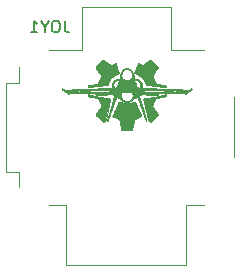
<source format=gbo>
%TF.GenerationSoftware,KiCad,Pcbnew,(5.1.6)-1*%
%TF.CreationDate,2020-06-08T02:26:39-04:00*%
%TF.ProjectId,ANALOG_STICK_BREAKOUT,414e414c-4f47-45f5-9354-49434b5f4252,rev?*%
%TF.SameCoordinates,Original*%
%TF.FileFunction,Legend,Bot*%
%TF.FilePolarity,Positive*%
%FSLAX46Y46*%
G04 Gerber Fmt 4.6, Leading zero omitted, Abs format (unit mm)*
G04 Created by KiCad (PCBNEW (5.1.6)-1) date 2020-06-08 02:26:39*
%MOMM*%
%LPD*%
G01*
G04 APERTURE LIST*
%ADD10C,0.010000*%
%ADD11C,0.120000*%
%ADD12C,0.150000*%
G04 APERTURE END LIST*
D10*
%TO.C,G\u002A\u002A\u002A*%
G36*
X110008146Y-85205543D02*
G01*
X110028827Y-85205543D01*
X110098660Y-85205535D01*
X110160522Y-85205504D01*
X110214909Y-85205443D01*
X110262316Y-85205344D01*
X110303239Y-85205198D01*
X110338173Y-85204998D01*
X110367615Y-85204736D01*
X110392060Y-85204403D01*
X110412004Y-85203993D01*
X110427942Y-85203496D01*
X110440370Y-85202905D01*
X110449783Y-85202212D01*
X110456678Y-85201409D01*
X110461550Y-85200488D01*
X110464895Y-85199441D01*
X110466826Y-85198494D01*
X110476805Y-85190366D01*
X110483293Y-85181496D01*
X110484685Y-85176020D01*
X110487505Y-85162791D01*
X110491644Y-85142378D01*
X110496991Y-85115354D01*
X110503436Y-85082289D01*
X110510869Y-85043756D01*
X110519181Y-85000326D01*
X110528262Y-84952569D01*
X110538001Y-84901058D01*
X110548289Y-84846364D01*
X110559016Y-84789059D01*
X110566297Y-84750005D01*
X110577271Y-84691251D01*
X110587902Y-84634708D01*
X110598081Y-84580951D01*
X110607693Y-84530553D01*
X110616628Y-84484087D01*
X110624774Y-84442129D01*
X110632019Y-84405252D01*
X110638251Y-84374029D01*
X110643359Y-84349035D01*
X110647230Y-84330842D01*
X110649753Y-84320026D01*
X110650622Y-84317212D01*
X110658323Y-84305769D01*
X110666405Y-84296876D01*
X110671416Y-84294218D01*
X110683519Y-84288677D01*
X110701965Y-84280564D01*
X110726002Y-84270190D01*
X110754882Y-84257866D01*
X110787856Y-84243903D01*
X110824173Y-84228611D01*
X110863085Y-84212302D01*
X110903841Y-84195287D01*
X110945692Y-84177876D01*
X110987888Y-84160381D01*
X111029680Y-84143113D01*
X111070319Y-84126381D01*
X111109054Y-84110499D01*
X111145136Y-84095775D01*
X111177816Y-84082522D01*
X111206343Y-84071050D01*
X111229969Y-84061670D01*
X111247944Y-84054693D01*
X111259518Y-84050430D01*
X111263381Y-84049233D01*
X111263786Y-84047795D01*
X111262907Y-84043697D01*
X111260610Y-84036628D01*
X111256758Y-84026274D01*
X111251215Y-84012325D01*
X111243847Y-83994467D01*
X111234516Y-83972388D01*
X111223087Y-83945775D01*
X111209426Y-83914318D01*
X111193394Y-83877702D01*
X111174858Y-83835616D01*
X111153681Y-83787748D01*
X111129728Y-83733785D01*
X111102862Y-83673415D01*
X111072948Y-83606325D01*
X111039851Y-83532204D01*
X111003434Y-83450738D01*
X110995899Y-83433894D01*
X110965319Y-83365540D01*
X110935648Y-83299248D01*
X110907074Y-83235432D01*
X110879782Y-83174509D01*
X110853961Y-83116896D01*
X110829796Y-83063007D01*
X110807475Y-83013259D01*
X110787184Y-82968068D01*
X110769110Y-82927851D01*
X110753440Y-82893022D01*
X110740360Y-82863998D01*
X110730058Y-82841196D01*
X110722719Y-82825030D01*
X110718532Y-82815918D01*
X110717597Y-82813988D01*
X110714967Y-82811952D01*
X110709691Y-82811537D01*
X110700572Y-82812968D01*
X110686414Y-82816471D01*
X110666020Y-82822271D01*
X110652762Y-82826207D01*
X110591919Y-82843646D01*
X110526723Y-82860935D01*
X110459297Y-82877580D01*
X110391764Y-82893090D01*
X110326249Y-82906973D01*
X110264874Y-82918739D01*
X110221249Y-82926127D01*
X110195840Y-82929232D01*
X110163674Y-82931772D01*
X110126442Y-82933725D01*
X110085835Y-82935072D01*
X110043544Y-82935792D01*
X110001262Y-82935864D01*
X109960678Y-82935267D01*
X109923486Y-82933981D01*
X109891375Y-82931985D01*
X109874606Y-82930364D01*
X109826097Y-82923780D01*
X109771296Y-82914614D01*
X109711850Y-82903225D01*
X109649406Y-82889975D01*
X109585610Y-82875225D01*
X109522110Y-82859336D01*
X109460551Y-82842669D01*
X109417806Y-82830224D01*
X109394920Y-82823396D01*
X109374886Y-82817528D01*
X109359097Y-82813020D01*
X109348943Y-82810268D01*
X109345839Y-82809599D01*
X109343841Y-82813425D01*
X109338645Y-82824602D01*
X109330434Y-82842717D01*
X109319390Y-82867357D01*
X109305695Y-82898110D01*
X109289531Y-82934562D01*
X109271079Y-82976302D01*
X109250523Y-83022917D01*
X109228043Y-83073994D01*
X109203823Y-83129121D01*
X109178043Y-83187885D01*
X109150886Y-83249873D01*
X109122535Y-83314672D01*
X109093170Y-83381871D01*
X109074015Y-83425751D01*
X109044093Y-83494336D01*
X109015092Y-83560842D01*
X108987192Y-83624851D01*
X108960575Y-83685947D01*
X108935422Y-83743713D01*
X108911914Y-83797733D01*
X108890232Y-83847588D01*
X108870557Y-83892864D01*
X108853071Y-83933143D01*
X108837954Y-83968008D01*
X108825388Y-83997042D01*
X108815553Y-84019830D01*
X108808631Y-84035954D01*
X108804803Y-84044997D01*
X108804062Y-84046870D01*
X108807708Y-84049421D01*
X108818853Y-84054945D01*
X108837129Y-84063284D01*
X108862169Y-84074280D01*
X108893603Y-84087776D01*
X108931066Y-84103614D01*
X108974187Y-84121636D01*
X109022601Y-84141686D01*
X109075939Y-84163604D01*
X109087550Y-84168356D01*
X109134426Y-84187571D01*
X109179245Y-84206031D01*
X109221353Y-84223462D01*
X109260095Y-84239588D01*
X109294818Y-84254134D01*
X109324868Y-84266826D01*
X109349591Y-84277388D01*
X109368332Y-84285547D01*
X109380439Y-84291027D01*
X109385020Y-84293370D01*
X109395858Y-84303277D01*
X109404851Y-84315715D01*
X109405357Y-84316675D01*
X109407330Y-84323200D01*
X109410720Y-84337663D01*
X109415450Y-84359667D01*
X109421443Y-84388816D01*
X109428621Y-84424714D01*
X109436906Y-84466964D01*
X109446220Y-84515170D01*
X109456485Y-84568937D01*
X109467625Y-84627867D01*
X109479561Y-84691565D01*
X109491193Y-84754120D01*
X109502109Y-84812879D01*
X109512655Y-84869370D01*
X109522724Y-84923025D01*
X109532206Y-84973277D01*
X109540993Y-85019560D01*
X109548976Y-85061307D01*
X109556046Y-85097949D01*
X109562094Y-85128920D01*
X109567013Y-85153653D01*
X109570692Y-85171581D01*
X109573023Y-85182137D01*
X109573785Y-85184818D01*
X109575514Y-85188130D01*
X109577276Y-85191069D01*
X109579558Y-85193658D01*
X109582849Y-85195918D01*
X109587636Y-85197872D01*
X109594408Y-85199543D01*
X109603652Y-85200952D01*
X109615858Y-85202122D01*
X109631512Y-85203074D01*
X109651104Y-85203832D01*
X109675121Y-85204416D01*
X109704051Y-85204851D01*
X109738382Y-85205157D01*
X109778604Y-85205358D01*
X109825202Y-85205474D01*
X109878667Y-85205529D01*
X109939485Y-85205544D01*
X110008146Y-85205543D01*
G37*
X110008146Y-85205543D02*
X110028827Y-85205543D01*
X110098660Y-85205535D01*
X110160522Y-85205504D01*
X110214909Y-85205443D01*
X110262316Y-85205344D01*
X110303239Y-85205198D01*
X110338173Y-85204998D01*
X110367615Y-85204736D01*
X110392060Y-85204403D01*
X110412004Y-85203993D01*
X110427942Y-85203496D01*
X110440370Y-85202905D01*
X110449783Y-85202212D01*
X110456678Y-85201409D01*
X110461550Y-85200488D01*
X110464895Y-85199441D01*
X110466826Y-85198494D01*
X110476805Y-85190366D01*
X110483293Y-85181496D01*
X110484685Y-85176020D01*
X110487505Y-85162791D01*
X110491644Y-85142378D01*
X110496991Y-85115354D01*
X110503436Y-85082289D01*
X110510869Y-85043756D01*
X110519181Y-85000326D01*
X110528262Y-84952569D01*
X110538001Y-84901058D01*
X110548289Y-84846364D01*
X110559016Y-84789059D01*
X110566297Y-84750005D01*
X110577271Y-84691251D01*
X110587902Y-84634708D01*
X110598081Y-84580951D01*
X110607693Y-84530553D01*
X110616628Y-84484087D01*
X110624774Y-84442129D01*
X110632019Y-84405252D01*
X110638251Y-84374029D01*
X110643359Y-84349035D01*
X110647230Y-84330842D01*
X110649753Y-84320026D01*
X110650622Y-84317212D01*
X110658323Y-84305769D01*
X110666405Y-84296876D01*
X110671416Y-84294218D01*
X110683519Y-84288677D01*
X110701965Y-84280564D01*
X110726002Y-84270190D01*
X110754882Y-84257866D01*
X110787856Y-84243903D01*
X110824173Y-84228611D01*
X110863085Y-84212302D01*
X110903841Y-84195287D01*
X110945692Y-84177876D01*
X110987888Y-84160381D01*
X111029680Y-84143113D01*
X111070319Y-84126381D01*
X111109054Y-84110499D01*
X111145136Y-84095775D01*
X111177816Y-84082522D01*
X111206343Y-84071050D01*
X111229969Y-84061670D01*
X111247944Y-84054693D01*
X111259518Y-84050430D01*
X111263381Y-84049233D01*
X111263786Y-84047795D01*
X111262907Y-84043697D01*
X111260610Y-84036628D01*
X111256758Y-84026274D01*
X111251215Y-84012325D01*
X111243847Y-83994467D01*
X111234516Y-83972388D01*
X111223087Y-83945775D01*
X111209426Y-83914318D01*
X111193394Y-83877702D01*
X111174858Y-83835616D01*
X111153681Y-83787748D01*
X111129728Y-83733785D01*
X111102862Y-83673415D01*
X111072948Y-83606325D01*
X111039851Y-83532204D01*
X111003434Y-83450738D01*
X110995899Y-83433894D01*
X110965319Y-83365540D01*
X110935648Y-83299248D01*
X110907074Y-83235432D01*
X110879782Y-83174509D01*
X110853961Y-83116896D01*
X110829796Y-83063007D01*
X110807475Y-83013259D01*
X110787184Y-82968068D01*
X110769110Y-82927851D01*
X110753440Y-82893022D01*
X110740360Y-82863998D01*
X110730058Y-82841196D01*
X110722719Y-82825030D01*
X110718532Y-82815918D01*
X110717597Y-82813988D01*
X110714967Y-82811952D01*
X110709691Y-82811537D01*
X110700572Y-82812968D01*
X110686414Y-82816471D01*
X110666020Y-82822271D01*
X110652762Y-82826207D01*
X110591919Y-82843646D01*
X110526723Y-82860935D01*
X110459297Y-82877580D01*
X110391764Y-82893090D01*
X110326249Y-82906973D01*
X110264874Y-82918739D01*
X110221249Y-82926127D01*
X110195840Y-82929232D01*
X110163674Y-82931772D01*
X110126442Y-82933725D01*
X110085835Y-82935072D01*
X110043544Y-82935792D01*
X110001262Y-82935864D01*
X109960678Y-82935267D01*
X109923486Y-82933981D01*
X109891375Y-82931985D01*
X109874606Y-82930364D01*
X109826097Y-82923780D01*
X109771296Y-82914614D01*
X109711850Y-82903225D01*
X109649406Y-82889975D01*
X109585610Y-82875225D01*
X109522110Y-82859336D01*
X109460551Y-82842669D01*
X109417806Y-82830224D01*
X109394920Y-82823396D01*
X109374886Y-82817528D01*
X109359097Y-82813020D01*
X109348943Y-82810268D01*
X109345839Y-82809599D01*
X109343841Y-82813425D01*
X109338645Y-82824602D01*
X109330434Y-82842717D01*
X109319390Y-82867357D01*
X109305695Y-82898110D01*
X109289531Y-82934562D01*
X109271079Y-82976302D01*
X109250523Y-83022917D01*
X109228043Y-83073994D01*
X109203823Y-83129121D01*
X109178043Y-83187885D01*
X109150886Y-83249873D01*
X109122535Y-83314672D01*
X109093170Y-83381871D01*
X109074015Y-83425751D01*
X109044093Y-83494336D01*
X109015092Y-83560842D01*
X108987192Y-83624851D01*
X108960575Y-83685947D01*
X108935422Y-83743713D01*
X108911914Y-83797733D01*
X108890232Y-83847588D01*
X108870557Y-83892864D01*
X108853071Y-83933143D01*
X108837954Y-83968008D01*
X108825388Y-83997042D01*
X108815553Y-84019830D01*
X108808631Y-84035954D01*
X108804803Y-84044997D01*
X108804062Y-84046870D01*
X108807708Y-84049421D01*
X108818853Y-84054945D01*
X108837129Y-84063284D01*
X108862169Y-84074280D01*
X108893603Y-84087776D01*
X108931066Y-84103614D01*
X108974187Y-84121636D01*
X109022601Y-84141686D01*
X109075939Y-84163604D01*
X109087550Y-84168356D01*
X109134426Y-84187571D01*
X109179245Y-84206031D01*
X109221353Y-84223462D01*
X109260095Y-84239588D01*
X109294818Y-84254134D01*
X109324868Y-84266826D01*
X109349591Y-84277388D01*
X109368332Y-84285547D01*
X109380439Y-84291027D01*
X109385020Y-84293370D01*
X109395858Y-84303277D01*
X109404851Y-84315715D01*
X109405357Y-84316675D01*
X109407330Y-84323200D01*
X109410720Y-84337663D01*
X109415450Y-84359667D01*
X109421443Y-84388816D01*
X109428621Y-84424714D01*
X109436906Y-84466964D01*
X109446220Y-84515170D01*
X109456485Y-84568937D01*
X109467625Y-84627867D01*
X109479561Y-84691565D01*
X109491193Y-84754120D01*
X109502109Y-84812879D01*
X109512655Y-84869370D01*
X109522724Y-84923025D01*
X109532206Y-84973277D01*
X109540993Y-85019560D01*
X109548976Y-85061307D01*
X109556046Y-85097949D01*
X109562094Y-85128920D01*
X109567013Y-85153653D01*
X109570692Y-85171581D01*
X109573023Y-85182137D01*
X109573785Y-85184818D01*
X109575514Y-85188130D01*
X109577276Y-85191069D01*
X109579558Y-85193658D01*
X109582849Y-85195918D01*
X109587636Y-85197872D01*
X109594408Y-85199543D01*
X109603652Y-85200952D01*
X109615858Y-85202122D01*
X109631512Y-85203074D01*
X109651104Y-85203832D01*
X109675121Y-85204416D01*
X109704051Y-85204851D01*
X109738382Y-85205157D01*
X109778604Y-85205358D01*
X109825202Y-85205474D01*
X109878667Y-85205529D01*
X109939485Y-85205544D01*
X110008146Y-85205543D01*
G36*
X112049502Y-84543107D02*
G01*
X112053979Y-84539796D01*
X112063917Y-84530960D01*
X112078820Y-84517089D01*
X112098194Y-84498676D01*
X112121544Y-84476213D01*
X112148375Y-84450192D01*
X112178192Y-84421104D01*
X112210499Y-84389441D01*
X112244803Y-84355696D01*
X112280607Y-84320361D01*
X112317418Y-84283927D01*
X112354740Y-84246886D01*
X112392078Y-84209730D01*
X112428938Y-84172952D01*
X112464824Y-84137042D01*
X112499241Y-84102494D01*
X112531695Y-84069798D01*
X112561690Y-84039448D01*
X112588732Y-84011934D01*
X112612326Y-83987749D01*
X112631976Y-83967384D01*
X112647189Y-83951333D01*
X112657468Y-83940086D01*
X112662319Y-83934135D01*
X112662497Y-83933830D01*
X112667036Y-83917831D01*
X112666767Y-83907707D01*
X112663888Y-83901526D01*
X112656162Y-83888483D01*
X112643627Y-83868632D01*
X112626317Y-83842028D01*
X112604270Y-83808726D01*
X112577522Y-83768780D01*
X112546109Y-83722246D01*
X112510068Y-83669177D01*
X112469435Y-83609628D01*
X112424518Y-83544052D01*
X112385198Y-83486640D01*
X112348696Y-83433145D01*
X112315221Y-83383877D01*
X112284978Y-83339147D01*
X112258176Y-83299264D01*
X112235021Y-83264540D01*
X112215721Y-83235284D01*
X112200482Y-83211807D01*
X112189512Y-83194419D01*
X112183019Y-83183431D01*
X112181204Y-83179548D01*
X112179497Y-83166715D01*
X112179910Y-83155813D01*
X112179986Y-83155450D01*
X112182185Y-83149157D01*
X112187428Y-83135905D01*
X112195401Y-83116430D01*
X112205785Y-83091469D01*
X112218265Y-83061757D01*
X112232524Y-83028029D01*
X112248245Y-82991022D01*
X112265111Y-82951472D01*
X112282806Y-82910113D01*
X112301014Y-82867682D01*
X112319417Y-82824915D01*
X112337699Y-82782547D01*
X112355543Y-82741314D01*
X112372633Y-82701952D01*
X112388653Y-82665197D01*
X112403284Y-82631785D01*
X112416212Y-82602450D01*
X112427119Y-82577930D01*
X112435688Y-82558959D01*
X112441603Y-82546274D01*
X112444548Y-82540610D01*
X112444614Y-82540522D01*
X112454586Y-82530688D01*
X112464321Y-82524034D01*
X112470013Y-82522447D01*
X112483451Y-82519440D01*
X112504055Y-82515128D01*
X112531244Y-82509624D01*
X112564437Y-82503040D01*
X112603054Y-82495490D01*
X112646514Y-82487087D01*
X112694237Y-82477944D01*
X112745642Y-82468175D01*
X112800148Y-82457892D01*
X112857175Y-82447208D01*
X112888339Y-82441401D01*
X112956057Y-82428801D01*
X113015949Y-82417643D01*
X113068512Y-82407822D01*
X113114244Y-82399234D01*
X113153642Y-82391774D01*
X113187204Y-82385337D01*
X113215429Y-82379819D01*
X113238812Y-82375115D01*
X113257853Y-82371121D01*
X113273049Y-82367732D01*
X113284897Y-82364844D01*
X113293896Y-82362353D01*
X113300542Y-82360152D01*
X113305334Y-82358139D01*
X113308769Y-82356208D01*
X113311346Y-82354255D01*
X113313560Y-82352175D01*
X113313699Y-82352038D01*
X113326399Y-82339436D01*
X113329061Y-82191410D01*
X113319263Y-82191842D01*
X113313478Y-82192908D01*
X113300220Y-82195829D01*
X113280236Y-82200428D01*
X113254273Y-82206526D01*
X113223077Y-82213946D01*
X113187396Y-82222511D01*
X113147975Y-82232043D01*
X113105561Y-82242365D01*
X113061815Y-82253073D01*
X112967896Y-82276001D01*
X112881777Y-82296751D01*
X112803101Y-82315404D01*
X112731508Y-82332041D01*
X112666641Y-82346746D01*
X112608141Y-82359600D01*
X112555649Y-82370685D01*
X112508807Y-82380082D01*
X112490315Y-82383624D01*
X112475564Y-82386316D01*
X112453112Y-82390288D01*
X112423610Y-82395431D01*
X112387708Y-82401634D01*
X112346058Y-82408784D01*
X112299309Y-82416772D01*
X112248113Y-82425486D01*
X112193120Y-82434816D01*
X112134980Y-82444651D01*
X112074345Y-82454879D01*
X112011865Y-82465389D01*
X111948191Y-82476072D01*
X111942098Y-82477092D01*
X111879577Y-82487602D01*
X111819021Y-82497854D01*
X111760998Y-82507750D01*
X111706077Y-82517188D01*
X111654824Y-82526070D01*
X111607809Y-82534294D01*
X111565599Y-82541761D01*
X111528762Y-82548371D01*
X111497866Y-82554024D01*
X111473480Y-82558620D01*
X111456172Y-82562058D01*
X111446509Y-82564240D01*
X111445369Y-82564572D01*
X111431049Y-82569577D01*
X111423318Y-82573500D01*
X111420603Y-82577504D01*
X111421224Y-82582404D01*
X111423142Y-82589154D01*
X111425416Y-82597720D01*
X111428115Y-82608423D01*
X111431311Y-82621587D01*
X111435075Y-82637534D01*
X111439478Y-82656586D01*
X111444590Y-82679068D01*
X111450483Y-82705300D01*
X111457227Y-82735607D01*
X111464893Y-82770311D01*
X111473552Y-82809733D01*
X111483275Y-82854198D01*
X111494133Y-82904028D01*
X111506197Y-82959546D01*
X111519538Y-83021074D01*
X111534226Y-83088934D01*
X111550332Y-83163451D01*
X111567927Y-83244946D01*
X111587083Y-83333742D01*
X111607869Y-83430162D01*
X111630358Y-83534529D01*
X111631028Y-83537641D01*
X111818448Y-84407622D01*
X111916859Y-84475324D01*
X111942900Y-84493013D01*
X111967177Y-84509073D01*
X111988678Y-84522871D01*
X112006394Y-84533772D01*
X112019317Y-84541141D01*
X112026434Y-84544345D01*
X112026821Y-84544416D01*
X112040237Y-84544467D01*
X112049502Y-84543107D01*
G37*
X112049502Y-84543107D02*
X112053979Y-84539796D01*
X112063917Y-84530960D01*
X112078820Y-84517089D01*
X112098194Y-84498676D01*
X112121544Y-84476213D01*
X112148375Y-84450192D01*
X112178192Y-84421104D01*
X112210499Y-84389441D01*
X112244803Y-84355696D01*
X112280607Y-84320361D01*
X112317418Y-84283927D01*
X112354740Y-84246886D01*
X112392078Y-84209730D01*
X112428938Y-84172952D01*
X112464824Y-84137042D01*
X112499241Y-84102494D01*
X112531695Y-84069798D01*
X112561690Y-84039448D01*
X112588732Y-84011934D01*
X112612326Y-83987749D01*
X112631976Y-83967384D01*
X112647189Y-83951333D01*
X112657468Y-83940086D01*
X112662319Y-83934135D01*
X112662497Y-83933830D01*
X112667036Y-83917831D01*
X112666767Y-83907707D01*
X112663888Y-83901526D01*
X112656162Y-83888483D01*
X112643627Y-83868632D01*
X112626317Y-83842028D01*
X112604270Y-83808726D01*
X112577522Y-83768780D01*
X112546109Y-83722246D01*
X112510068Y-83669177D01*
X112469435Y-83609628D01*
X112424518Y-83544052D01*
X112385198Y-83486640D01*
X112348696Y-83433145D01*
X112315221Y-83383877D01*
X112284978Y-83339147D01*
X112258176Y-83299264D01*
X112235021Y-83264540D01*
X112215721Y-83235284D01*
X112200482Y-83211807D01*
X112189512Y-83194419D01*
X112183019Y-83183431D01*
X112181204Y-83179548D01*
X112179497Y-83166715D01*
X112179910Y-83155813D01*
X112179986Y-83155450D01*
X112182185Y-83149157D01*
X112187428Y-83135905D01*
X112195401Y-83116430D01*
X112205785Y-83091469D01*
X112218265Y-83061757D01*
X112232524Y-83028029D01*
X112248245Y-82991022D01*
X112265111Y-82951472D01*
X112282806Y-82910113D01*
X112301014Y-82867682D01*
X112319417Y-82824915D01*
X112337699Y-82782547D01*
X112355543Y-82741314D01*
X112372633Y-82701952D01*
X112388653Y-82665197D01*
X112403284Y-82631785D01*
X112416212Y-82602450D01*
X112427119Y-82577930D01*
X112435688Y-82558959D01*
X112441603Y-82546274D01*
X112444548Y-82540610D01*
X112444614Y-82540522D01*
X112454586Y-82530688D01*
X112464321Y-82524034D01*
X112470013Y-82522447D01*
X112483451Y-82519440D01*
X112504055Y-82515128D01*
X112531244Y-82509624D01*
X112564437Y-82503040D01*
X112603054Y-82495490D01*
X112646514Y-82487087D01*
X112694237Y-82477944D01*
X112745642Y-82468175D01*
X112800148Y-82457892D01*
X112857175Y-82447208D01*
X112888339Y-82441401D01*
X112956057Y-82428801D01*
X113015949Y-82417643D01*
X113068512Y-82407822D01*
X113114244Y-82399234D01*
X113153642Y-82391774D01*
X113187204Y-82385337D01*
X113215429Y-82379819D01*
X113238812Y-82375115D01*
X113257853Y-82371121D01*
X113273049Y-82367732D01*
X113284897Y-82364844D01*
X113293896Y-82362353D01*
X113300542Y-82360152D01*
X113305334Y-82358139D01*
X113308769Y-82356208D01*
X113311346Y-82354255D01*
X113313560Y-82352175D01*
X113313699Y-82352038D01*
X113326399Y-82339436D01*
X113329061Y-82191410D01*
X113319263Y-82191842D01*
X113313478Y-82192908D01*
X113300220Y-82195829D01*
X113280236Y-82200428D01*
X113254273Y-82206526D01*
X113223077Y-82213946D01*
X113187396Y-82222511D01*
X113147975Y-82232043D01*
X113105561Y-82242365D01*
X113061815Y-82253073D01*
X112967896Y-82276001D01*
X112881777Y-82296751D01*
X112803101Y-82315404D01*
X112731508Y-82332041D01*
X112666641Y-82346746D01*
X112608141Y-82359600D01*
X112555649Y-82370685D01*
X112508807Y-82380082D01*
X112490315Y-82383624D01*
X112475564Y-82386316D01*
X112453112Y-82390288D01*
X112423610Y-82395431D01*
X112387708Y-82401634D01*
X112346058Y-82408784D01*
X112299309Y-82416772D01*
X112248113Y-82425486D01*
X112193120Y-82434816D01*
X112134980Y-82444651D01*
X112074345Y-82454879D01*
X112011865Y-82465389D01*
X111948191Y-82476072D01*
X111942098Y-82477092D01*
X111879577Y-82487602D01*
X111819021Y-82497854D01*
X111760998Y-82507750D01*
X111706077Y-82517188D01*
X111654824Y-82526070D01*
X111607809Y-82534294D01*
X111565599Y-82541761D01*
X111528762Y-82548371D01*
X111497866Y-82554024D01*
X111473480Y-82558620D01*
X111456172Y-82562058D01*
X111446509Y-82564240D01*
X111445369Y-82564572D01*
X111431049Y-82569577D01*
X111423318Y-82573500D01*
X111420603Y-82577504D01*
X111421224Y-82582404D01*
X111423142Y-82589154D01*
X111425416Y-82597720D01*
X111428115Y-82608423D01*
X111431311Y-82621587D01*
X111435075Y-82637534D01*
X111439478Y-82656586D01*
X111444590Y-82679068D01*
X111450483Y-82705300D01*
X111457227Y-82735607D01*
X111464893Y-82770311D01*
X111473552Y-82809733D01*
X111483275Y-82854198D01*
X111494133Y-82904028D01*
X111506197Y-82959546D01*
X111519538Y-83021074D01*
X111534226Y-83088934D01*
X111550332Y-83163451D01*
X111567927Y-83244946D01*
X111587083Y-83333742D01*
X111607869Y-83430162D01*
X111630358Y-83534529D01*
X111631028Y-83537641D01*
X111818448Y-84407622D01*
X111916859Y-84475324D01*
X111942900Y-84493013D01*
X111967177Y-84509073D01*
X111988678Y-84522871D01*
X112006394Y-84533772D01*
X112019317Y-84541141D01*
X112026434Y-84544345D01*
X112026821Y-84544416D01*
X112040237Y-84544467D01*
X112049502Y-84543107D01*
G36*
X108019984Y-84545000D02*
G01*
X108025992Y-84544651D01*
X108032193Y-84543347D01*
X108039489Y-84540566D01*
X108048782Y-84535781D01*
X108060974Y-84528470D01*
X108076968Y-84518107D01*
X108097666Y-84504168D01*
X108123970Y-84486129D01*
X108138347Y-84476208D01*
X108237730Y-84407560D01*
X108428938Y-83520853D01*
X108447363Y-83435452D01*
X108465369Y-83352074D01*
X108482871Y-83271109D01*
X108499784Y-83192950D01*
X108516022Y-83117989D01*
X108531500Y-83046618D01*
X108546132Y-82979230D01*
X108559834Y-82916215D01*
X108572520Y-82857966D01*
X108584104Y-82804876D01*
X108594501Y-82757335D01*
X108603626Y-82715737D01*
X108611393Y-82680472D01*
X108617717Y-82651934D01*
X108622513Y-82630514D01*
X108625695Y-82616604D01*
X108627150Y-82610687D01*
X108631406Y-82596548D01*
X108634947Y-82584992D01*
X108636464Y-82580190D01*
X108636080Y-82575903D01*
X108630937Y-82571888D01*
X108619678Y-82567325D01*
X108609803Y-82564103D01*
X108601859Y-82562223D01*
X108586125Y-82559060D01*
X108563166Y-82554715D01*
X108533546Y-82549286D01*
X108497830Y-82542872D01*
X108456580Y-82535573D01*
X108410361Y-82527487D01*
X108359738Y-82518712D01*
X108305273Y-82509350D01*
X108247533Y-82499497D01*
X108187079Y-82489254D01*
X108124477Y-82478718D01*
X108100348Y-82474677D01*
X108015745Y-82460521D01*
X107938811Y-82447627D01*
X107868865Y-82435858D01*
X107805225Y-82425078D01*
X107747210Y-82415152D01*
X107694139Y-82405944D01*
X107645331Y-82397317D01*
X107600103Y-82389136D01*
X107557775Y-82381265D01*
X107517666Y-82373568D01*
X107479093Y-82365909D01*
X107441376Y-82358152D01*
X107403833Y-82350161D01*
X107365784Y-82341800D01*
X107326545Y-82332933D01*
X107285437Y-82323425D01*
X107241778Y-82313139D01*
X107194886Y-82301939D01*
X107144080Y-82289690D01*
X107088679Y-82276255D01*
X107028001Y-82261499D01*
X107010590Y-82257262D01*
X106964056Y-82245958D01*
X106919885Y-82235268D01*
X106878773Y-82225357D01*
X106841419Y-82216392D01*
X106808520Y-82208539D01*
X106780774Y-82201964D01*
X106758877Y-82196834D01*
X106743528Y-82193314D01*
X106735425Y-82191572D01*
X106734365Y-82191410D01*
X106732206Y-82193107D01*
X106730647Y-82198869D01*
X106729609Y-82209707D01*
X106729008Y-82226631D01*
X106728765Y-82250650D01*
X106728749Y-82261061D01*
X106728965Y-82290631D01*
X106729786Y-82312997D01*
X106731462Y-82329417D01*
X106734250Y-82341146D01*
X106738401Y-82349441D01*
X106744170Y-82355558D01*
X106748456Y-82358668D01*
X106754164Y-82360463D01*
X106767774Y-82363675D01*
X106788852Y-82368220D01*
X106816966Y-82374013D01*
X106851686Y-82380969D01*
X106892579Y-82389002D01*
X106939213Y-82398028D01*
X106991156Y-82407963D01*
X107047977Y-82418721D01*
X107109244Y-82430217D01*
X107170078Y-82441542D01*
X107238214Y-82454192D01*
X107298520Y-82465417D01*
X107351496Y-82475320D01*
X107397638Y-82484004D01*
X107437446Y-82491570D01*
X107471417Y-82498120D01*
X107500051Y-82503758D01*
X107523846Y-82508584D01*
X107543299Y-82512702D01*
X107558910Y-82516213D01*
X107571177Y-82519220D01*
X107580597Y-82521824D01*
X107587670Y-82524128D01*
X107592894Y-82526235D01*
X107596767Y-82528246D01*
X107598595Y-82529412D01*
X107601779Y-82531731D01*
X107604877Y-82534518D01*
X107608138Y-82538300D01*
X107611808Y-82543609D01*
X107616135Y-82550972D01*
X107621366Y-82560918D01*
X107627749Y-82573978D01*
X107635531Y-82590679D01*
X107644959Y-82611552D01*
X107656281Y-82637125D01*
X107669744Y-82667927D01*
X107685595Y-82704487D01*
X107704083Y-82747336D01*
X107725453Y-82797001D01*
X107745426Y-82843472D01*
X107770178Y-82901104D01*
X107791768Y-82951496D01*
X107810387Y-82995184D01*
X107826225Y-83032704D01*
X107839473Y-83064590D01*
X107850320Y-83091380D01*
X107858956Y-83113607D01*
X107865572Y-83131808D01*
X107870358Y-83146518D01*
X107873503Y-83158273D01*
X107875199Y-83167609D01*
X107875634Y-83175060D01*
X107875000Y-83181163D01*
X107873486Y-83186452D01*
X107871283Y-83191464D01*
X107869919Y-83194155D01*
X107866701Y-83199252D01*
X107859022Y-83210830D01*
X107847217Y-83228394D01*
X107831624Y-83251451D01*
X107812580Y-83279505D01*
X107790421Y-83312061D01*
X107765484Y-83348627D01*
X107738106Y-83388706D01*
X107708623Y-83431804D01*
X107677373Y-83477427D01*
X107644692Y-83525081D01*
X107630079Y-83546369D01*
X107596914Y-83594721D01*
X107565067Y-83641243D01*
X107534873Y-83685443D01*
X107506664Y-83726828D01*
X107480775Y-83764905D01*
X107457539Y-83799183D01*
X107437290Y-83829168D01*
X107420361Y-83854368D01*
X107407086Y-83874290D01*
X107397799Y-83888441D01*
X107392833Y-83896330D01*
X107392102Y-83897693D01*
X107390364Y-83902132D01*
X107389019Y-83906270D01*
X107388390Y-83910473D01*
X107388803Y-83915106D01*
X107390582Y-83920536D01*
X107394051Y-83927126D01*
X107399535Y-83935244D01*
X107407358Y-83945255D01*
X107417845Y-83957524D01*
X107431320Y-83972416D01*
X107448107Y-83990298D01*
X107468532Y-84011535D01*
X107492918Y-84036492D01*
X107521590Y-84065535D01*
X107554872Y-84099030D01*
X107593089Y-84137342D01*
X107636566Y-84180837D01*
X107685626Y-84229880D01*
X107697193Y-84241443D01*
X108001003Y-84545143D01*
X108019984Y-84545000D01*
G37*
X108019984Y-84545000D02*
X108025992Y-84544651D01*
X108032193Y-84543347D01*
X108039489Y-84540566D01*
X108048782Y-84535781D01*
X108060974Y-84528470D01*
X108076968Y-84518107D01*
X108097666Y-84504168D01*
X108123970Y-84486129D01*
X108138347Y-84476208D01*
X108237730Y-84407560D01*
X108428938Y-83520853D01*
X108447363Y-83435452D01*
X108465369Y-83352074D01*
X108482871Y-83271109D01*
X108499784Y-83192950D01*
X108516022Y-83117989D01*
X108531500Y-83046618D01*
X108546132Y-82979230D01*
X108559834Y-82916215D01*
X108572520Y-82857966D01*
X108584104Y-82804876D01*
X108594501Y-82757335D01*
X108603626Y-82715737D01*
X108611393Y-82680472D01*
X108617717Y-82651934D01*
X108622513Y-82630514D01*
X108625695Y-82616604D01*
X108627150Y-82610687D01*
X108631406Y-82596548D01*
X108634947Y-82584992D01*
X108636464Y-82580190D01*
X108636080Y-82575903D01*
X108630937Y-82571888D01*
X108619678Y-82567325D01*
X108609803Y-82564103D01*
X108601859Y-82562223D01*
X108586125Y-82559060D01*
X108563166Y-82554715D01*
X108533546Y-82549286D01*
X108497830Y-82542872D01*
X108456580Y-82535573D01*
X108410361Y-82527487D01*
X108359738Y-82518712D01*
X108305273Y-82509350D01*
X108247533Y-82499497D01*
X108187079Y-82489254D01*
X108124477Y-82478718D01*
X108100348Y-82474677D01*
X108015745Y-82460521D01*
X107938811Y-82447627D01*
X107868865Y-82435858D01*
X107805225Y-82425078D01*
X107747210Y-82415152D01*
X107694139Y-82405944D01*
X107645331Y-82397317D01*
X107600103Y-82389136D01*
X107557775Y-82381265D01*
X107517666Y-82373568D01*
X107479093Y-82365909D01*
X107441376Y-82358152D01*
X107403833Y-82350161D01*
X107365784Y-82341800D01*
X107326545Y-82332933D01*
X107285437Y-82323425D01*
X107241778Y-82313139D01*
X107194886Y-82301939D01*
X107144080Y-82289690D01*
X107088679Y-82276255D01*
X107028001Y-82261499D01*
X107010590Y-82257262D01*
X106964056Y-82245958D01*
X106919885Y-82235268D01*
X106878773Y-82225357D01*
X106841419Y-82216392D01*
X106808520Y-82208539D01*
X106780774Y-82201964D01*
X106758877Y-82196834D01*
X106743528Y-82193314D01*
X106735425Y-82191572D01*
X106734365Y-82191410D01*
X106732206Y-82193107D01*
X106730647Y-82198869D01*
X106729609Y-82209707D01*
X106729008Y-82226631D01*
X106728765Y-82250650D01*
X106728749Y-82261061D01*
X106728965Y-82290631D01*
X106729786Y-82312997D01*
X106731462Y-82329417D01*
X106734250Y-82341146D01*
X106738401Y-82349441D01*
X106744170Y-82355558D01*
X106748456Y-82358668D01*
X106754164Y-82360463D01*
X106767774Y-82363675D01*
X106788852Y-82368220D01*
X106816966Y-82374013D01*
X106851686Y-82380969D01*
X106892579Y-82389002D01*
X106939213Y-82398028D01*
X106991156Y-82407963D01*
X107047977Y-82418721D01*
X107109244Y-82430217D01*
X107170078Y-82441542D01*
X107238214Y-82454192D01*
X107298520Y-82465417D01*
X107351496Y-82475320D01*
X107397638Y-82484004D01*
X107437446Y-82491570D01*
X107471417Y-82498120D01*
X107500051Y-82503758D01*
X107523846Y-82508584D01*
X107543299Y-82512702D01*
X107558910Y-82516213D01*
X107571177Y-82519220D01*
X107580597Y-82521824D01*
X107587670Y-82524128D01*
X107592894Y-82526235D01*
X107596767Y-82528246D01*
X107598595Y-82529412D01*
X107601779Y-82531731D01*
X107604877Y-82534518D01*
X107608138Y-82538300D01*
X107611808Y-82543609D01*
X107616135Y-82550972D01*
X107621366Y-82560918D01*
X107627749Y-82573978D01*
X107635531Y-82590679D01*
X107644959Y-82611552D01*
X107656281Y-82637125D01*
X107669744Y-82667927D01*
X107685595Y-82704487D01*
X107704083Y-82747336D01*
X107725453Y-82797001D01*
X107745426Y-82843472D01*
X107770178Y-82901104D01*
X107791768Y-82951496D01*
X107810387Y-82995184D01*
X107826225Y-83032704D01*
X107839473Y-83064590D01*
X107850320Y-83091380D01*
X107858956Y-83113607D01*
X107865572Y-83131808D01*
X107870358Y-83146518D01*
X107873503Y-83158273D01*
X107875199Y-83167609D01*
X107875634Y-83175060D01*
X107875000Y-83181163D01*
X107873486Y-83186452D01*
X107871283Y-83191464D01*
X107869919Y-83194155D01*
X107866701Y-83199252D01*
X107859022Y-83210830D01*
X107847217Y-83228394D01*
X107831624Y-83251451D01*
X107812580Y-83279505D01*
X107790421Y-83312061D01*
X107765484Y-83348627D01*
X107738106Y-83388706D01*
X107708623Y-83431804D01*
X107677373Y-83477427D01*
X107644692Y-83525081D01*
X107630079Y-83546369D01*
X107596914Y-83594721D01*
X107565067Y-83641243D01*
X107534873Y-83685443D01*
X107506664Y-83726828D01*
X107480775Y-83764905D01*
X107457539Y-83799183D01*
X107437290Y-83829168D01*
X107420361Y-83854368D01*
X107407086Y-83874290D01*
X107397799Y-83888441D01*
X107392833Y-83896330D01*
X107392102Y-83897693D01*
X107390364Y-83902132D01*
X107389019Y-83906270D01*
X107388390Y-83910473D01*
X107388803Y-83915106D01*
X107390582Y-83920536D01*
X107394051Y-83927126D01*
X107399535Y-83935244D01*
X107407358Y-83945255D01*
X107417845Y-83957524D01*
X107431320Y-83972416D01*
X107448107Y-83990298D01*
X107468532Y-84011535D01*
X107492918Y-84036492D01*
X107521590Y-84065535D01*
X107554872Y-84099030D01*
X107593089Y-84137342D01*
X107636566Y-84180837D01*
X107685626Y-84229880D01*
X107697193Y-84241443D01*
X108001003Y-84545143D01*
X108019984Y-84545000D01*
G36*
X108415041Y-84417431D02*
G01*
X108421380Y-84414259D01*
X108425207Y-84407079D01*
X108425416Y-84406502D01*
X108427903Y-84399529D01*
X108433066Y-84385041D01*
X108440740Y-84363500D01*
X108450761Y-84335366D01*
X108462964Y-84301102D01*
X108477185Y-84261169D01*
X108493261Y-84216027D01*
X108511026Y-84166139D01*
X108530317Y-84111966D01*
X108550969Y-84053969D01*
X108572818Y-83992609D01*
X108595700Y-83928348D01*
X108619450Y-83861648D01*
X108643904Y-83792969D01*
X108668898Y-83722773D01*
X108694268Y-83651522D01*
X108719849Y-83579677D01*
X108745476Y-83507699D01*
X108770987Y-83436049D01*
X108796216Y-83365189D01*
X108820999Y-83295581D01*
X108845172Y-83227685D01*
X108868571Y-83161963D01*
X108891031Y-83098877D01*
X108912387Y-83038888D01*
X108932477Y-82982457D01*
X108951136Y-82930045D01*
X108968198Y-82882115D01*
X108983500Y-82839126D01*
X108996879Y-82801542D01*
X109008168Y-82769823D01*
X109010628Y-82762910D01*
X109028460Y-82712824D01*
X109045470Y-82665079D01*
X109061446Y-82620272D01*
X109076176Y-82578998D01*
X109089445Y-82541851D01*
X109101042Y-82509429D01*
X109110753Y-82482325D01*
X109118365Y-82461136D01*
X109123666Y-82446456D01*
X109126443Y-82438882D01*
X109126815Y-82437946D01*
X109130892Y-82438679D01*
X109139816Y-82441897D01*
X109142376Y-82442944D01*
X109159859Y-82448529D01*
X109184427Y-82453905D01*
X109214698Y-82458899D01*
X109249290Y-82463340D01*
X109286822Y-82467056D01*
X109325911Y-82469874D01*
X109365177Y-82471623D01*
X109374660Y-82471869D01*
X109419189Y-82472847D01*
X109439614Y-82507282D01*
X109464246Y-82545598D01*
X109492809Y-82584631D01*
X109523833Y-82622665D01*
X109555844Y-82657980D01*
X109587371Y-82688859D01*
X109615381Y-82712406D01*
X109644556Y-82731956D01*
X109680530Y-82751784D01*
X109721688Y-82771225D01*
X109766415Y-82789612D01*
X109813096Y-82806280D01*
X109860117Y-82820562D01*
X109903749Y-82831340D01*
X109937462Y-82836818D01*
X109976841Y-82840279D01*
X110019328Y-82841722D01*
X110062365Y-82841148D01*
X110103395Y-82838555D01*
X110139861Y-82833945D01*
X110153515Y-82831340D01*
X110205622Y-82818304D01*
X110257667Y-82801941D01*
X110308115Y-82782905D01*
X110355429Y-82761851D01*
X110398073Y-82739433D01*
X110434512Y-82716305D01*
X110449053Y-82705380D01*
X110479699Y-82678400D01*
X110511890Y-82645721D01*
X110543866Y-82609437D01*
X110573865Y-82571644D01*
X110600127Y-82534437D01*
X110619346Y-82502759D01*
X110635737Y-82472893D01*
X110683551Y-82471852D01*
X110738829Y-82469428D01*
X110792806Y-82464724D01*
X110843655Y-82457976D01*
X110889546Y-82449421D01*
X110923605Y-82440811D01*
X110924325Y-82440945D01*
X110925287Y-82441880D01*
X110926582Y-82443861D01*
X110928298Y-82447137D01*
X110930525Y-82451952D01*
X110933351Y-82458555D01*
X110936866Y-82467192D01*
X110941159Y-82478110D01*
X110946319Y-82491555D01*
X110952435Y-82507773D01*
X110959596Y-82527013D01*
X110967892Y-82549520D01*
X110977411Y-82575541D01*
X110988243Y-82605322D01*
X111000477Y-82639112D01*
X111014202Y-82677155D01*
X111029507Y-82719699D01*
X111046482Y-82766991D01*
X111065214Y-82819277D01*
X111085795Y-82876804D01*
X111108312Y-82939819D01*
X111132854Y-83008568D01*
X111159512Y-83083298D01*
X111188374Y-83164256D01*
X111219529Y-83251688D01*
X111253066Y-83345842D01*
X111289075Y-83446963D01*
X111327645Y-83555299D01*
X111368864Y-83671096D01*
X111412822Y-83794601D01*
X111417031Y-83806427D01*
X111633991Y-84416027D01*
X111652660Y-84417277D01*
X111665751Y-84417173D01*
X111674873Y-84413597D01*
X111683361Y-84405970D01*
X111695392Y-84393412D01*
X111385301Y-83346667D01*
X111075210Y-82299921D01*
X111086275Y-82291098D01*
X111093124Y-82286686D01*
X111106309Y-82279114D01*
X111124613Y-82269048D01*
X111146817Y-82257150D01*
X111171705Y-82244085D01*
X111186754Y-82236304D01*
X111276170Y-82190332D01*
X111579501Y-82207934D01*
X111669489Y-82213149D01*
X111751478Y-82217881D01*
X111825919Y-82222152D01*
X111893266Y-82225982D01*
X111953971Y-82229393D01*
X112008486Y-82232405D01*
X112057263Y-82235038D01*
X112100755Y-82237314D01*
X112139415Y-82239254D01*
X112173693Y-82240878D01*
X112204044Y-82242208D01*
X112230919Y-82243263D01*
X112254770Y-82244066D01*
X112276050Y-82244636D01*
X112295212Y-82244995D01*
X112312707Y-82245163D01*
X112328988Y-82245162D01*
X112344508Y-82245012D01*
X112359718Y-82244734D01*
X112371782Y-82244438D01*
X112431083Y-82242487D01*
X112483388Y-82240002D01*
X112528385Y-82237006D01*
X112565758Y-82233522D01*
X112595195Y-82229574D01*
X112610068Y-82226737D01*
X112634851Y-82218319D01*
X112654160Y-82204789D01*
X112669548Y-82184867D01*
X112676270Y-82172078D01*
X112680347Y-82163687D01*
X112683401Y-82156834D01*
X112684718Y-82151222D01*
X112683588Y-82146553D01*
X112679300Y-82142530D01*
X112671141Y-82138855D01*
X112658400Y-82135231D01*
X112640365Y-82131360D01*
X112616326Y-82126944D01*
X112585570Y-82121687D01*
X112547387Y-82115290D01*
X112535823Y-82113348D01*
X112491274Y-82105818D01*
X112454565Y-82099533D01*
X112425176Y-82094390D01*
X112402588Y-82090289D01*
X112386282Y-82087129D01*
X112375739Y-82084809D01*
X112370438Y-82083228D01*
X112369862Y-82082285D01*
X112373489Y-82081879D01*
X112373898Y-82081867D01*
X112379027Y-82081716D01*
X112392151Y-82081317D01*
X112412805Y-82080685D01*
X112440521Y-82079835D01*
X112474834Y-82078782D01*
X112515276Y-82077538D01*
X112561382Y-82076119D01*
X112612684Y-82074540D01*
X112668716Y-82072813D01*
X112729011Y-82070955D01*
X112793104Y-82068979D01*
X112860526Y-82066899D01*
X112930811Y-82064731D01*
X113003494Y-82062488D01*
X113028179Y-82061725D01*
X113673993Y-82041787D01*
X114264313Y-82063780D01*
X114335296Y-82066429D01*
X114404572Y-82069025D01*
X114471604Y-82071546D01*
X114535856Y-82073971D01*
X114596792Y-82076281D01*
X114653875Y-82078454D01*
X114706569Y-82080471D01*
X114754338Y-82082310D01*
X114796645Y-82083951D01*
X114832955Y-82085373D01*
X114862730Y-82086557D01*
X114885435Y-82087481D01*
X114900533Y-82088124D01*
X114905673Y-82088365D01*
X114956714Y-82090957D01*
X114954933Y-82103091D01*
X114955668Y-82118794D01*
X114962608Y-82129527D01*
X114974893Y-82134985D01*
X114991660Y-82134864D01*
X115012051Y-82128858D01*
X115018936Y-82125772D01*
X115025313Y-82121876D01*
X115037825Y-82113495D01*
X115055764Y-82101136D01*
X115078427Y-82085305D01*
X115105106Y-82066508D01*
X115135097Y-82045251D01*
X115167694Y-82022040D01*
X115202192Y-81997380D01*
X115237884Y-81971780D01*
X115274065Y-81945744D01*
X115310030Y-81919778D01*
X115345073Y-81894389D01*
X115378488Y-81870083D01*
X115409570Y-81847365D01*
X115437613Y-81826743D01*
X115461912Y-81808722D01*
X115481761Y-81793808D01*
X115482316Y-81793388D01*
X115503579Y-81774284D01*
X115517834Y-81753991D01*
X115525708Y-81733605D01*
X115528042Y-81718373D01*
X115524871Y-81708108D01*
X115515600Y-81702391D01*
X115499635Y-81700800D01*
X115481376Y-81702251D01*
X115473903Y-81703482D01*
X115466435Y-81705609D01*
X115457993Y-81709208D01*
X115447597Y-81714854D01*
X115434267Y-81723123D01*
X115417024Y-81734589D01*
X115394888Y-81749830D01*
X115366879Y-81769419D01*
X115366095Y-81769970D01*
X115273732Y-81834825D01*
X115189065Y-81826894D01*
X115155474Y-81823762D01*
X115115791Y-81820086D01*
X115070716Y-81815930D01*
X115020948Y-81811357D01*
X114967187Y-81806431D01*
X114910131Y-81801214D01*
X114850480Y-81795771D01*
X114788932Y-81790165D01*
X114726187Y-81784458D01*
X114662943Y-81778715D01*
X114599901Y-81772999D01*
X114537759Y-81767372D01*
X114477216Y-81761899D01*
X114418972Y-81756643D01*
X114363725Y-81751667D01*
X114312174Y-81747035D01*
X114265020Y-81742809D01*
X114222960Y-81739054D01*
X114186694Y-81735832D01*
X114156921Y-81733207D01*
X114134341Y-81731242D01*
X114122265Y-81730217D01*
X114102473Y-81728661D01*
X114082082Y-81727264D01*
X114060426Y-81726007D01*
X114036838Y-81724872D01*
X114010652Y-81723842D01*
X113981203Y-81722898D01*
X113947824Y-81722023D01*
X113909849Y-81721200D01*
X113866612Y-81720410D01*
X113817447Y-81719636D01*
X113761688Y-81718859D01*
X113698668Y-81718063D01*
X113641782Y-81717391D01*
X113592626Y-81716821D01*
X113545375Y-81716268D01*
X113499540Y-81715726D01*
X113454632Y-81715188D01*
X113410160Y-81714646D01*
X113365634Y-81714095D01*
X113320565Y-81713528D01*
X113274463Y-81712939D01*
X113226838Y-81712320D01*
X113177200Y-81711666D01*
X113125060Y-81710969D01*
X113069928Y-81710223D01*
X113011315Y-81709421D01*
X112948729Y-81708557D01*
X112881682Y-81707625D01*
X112809684Y-81706617D01*
X112732245Y-81705527D01*
X112648876Y-81704348D01*
X112559085Y-81703074D01*
X112462385Y-81701699D01*
X112358284Y-81700215D01*
X112246294Y-81698616D01*
X112225732Y-81698322D01*
X112132836Y-81696994D01*
X112048025Y-81695778D01*
X111970914Y-81694664D01*
X111901123Y-81693642D01*
X111838269Y-81692703D01*
X111781970Y-81691838D01*
X111731843Y-81691036D01*
X111687506Y-81690289D01*
X111648578Y-81689586D01*
X111614676Y-81688918D01*
X111585418Y-81688276D01*
X111560421Y-81687649D01*
X111539304Y-81687028D01*
X111521684Y-81686404D01*
X111507178Y-81685767D01*
X111495406Y-81685108D01*
X111485984Y-81684416D01*
X111478531Y-81683683D01*
X111472664Y-81682898D01*
X111468001Y-81682052D01*
X111464160Y-81681136D01*
X111460758Y-81680140D01*
X111457414Y-81679054D01*
X111457382Y-81679043D01*
X111434539Y-81673253D01*
X111405080Y-81668485D01*
X111370814Y-81664936D01*
X111333552Y-81662801D01*
X111302579Y-81662244D01*
X111281541Y-81662146D01*
X111267649Y-81661712D01*
X111259586Y-81660733D01*
X111256033Y-81658997D01*
X111255671Y-81656294D01*
X111256147Y-81654835D01*
X111264604Y-81631550D01*
X111273502Y-81604573D01*
X111282120Y-81576338D01*
X111289738Y-81549275D01*
X111295636Y-81525818D01*
X111298560Y-81511693D01*
X111301339Y-81491023D01*
X111303513Y-81465851D01*
X111304780Y-81440134D01*
X111304982Y-81427111D01*
X111304123Y-81394187D01*
X111301272Y-81363527D01*
X111296018Y-81334004D01*
X111287951Y-81304488D01*
X111276659Y-81273850D01*
X111261732Y-81240959D01*
X111242758Y-81204687D01*
X111219328Y-81163905D01*
X111194187Y-81122568D01*
X111180973Y-81104023D01*
X111162605Y-81082049D01*
X111140711Y-81058286D01*
X111116920Y-81034373D01*
X111092860Y-81011947D01*
X111070161Y-80992648D01*
X111050982Y-80978465D01*
X110995437Y-80945717D01*
X110938321Y-80919757D01*
X110880453Y-80900758D01*
X110822656Y-80888893D01*
X110765750Y-80884339D01*
X110710557Y-80887268D01*
X110663632Y-80896286D01*
X110647116Y-80900533D01*
X110633302Y-80903875D01*
X110624594Y-80905736D01*
X110623415Y-80905912D01*
X110620588Y-80904791D01*
X110618458Y-80899905D01*
X110616798Y-80890016D01*
X110615384Y-80873884D01*
X110614285Y-80855793D01*
X110612304Y-80817182D01*
X110611012Y-80785437D01*
X110610394Y-80758986D01*
X110610434Y-80736258D01*
X110611116Y-80715682D01*
X110612426Y-80695687D01*
X110612696Y-80692407D01*
X110613290Y-80653130D01*
X110609188Y-80608191D01*
X110600662Y-80558781D01*
X110587986Y-80506092D01*
X110571435Y-80451316D01*
X110551281Y-80395645D01*
X110536230Y-80359203D01*
X110511803Y-80307863D01*
X110484856Y-80261428D01*
X110453923Y-80217764D01*
X110417539Y-80174739D01*
X110388507Y-80144327D01*
X110332938Y-80093261D01*
X110276109Y-80050537D01*
X110217958Y-80016115D01*
X110158421Y-79989957D01*
X110125999Y-79979348D01*
X110096616Y-79972735D01*
X110063154Y-79968249D01*
X110028695Y-79966095D01*
X109996322Y-79966474D01*
X109971482Y-79969157D01*
X109924311Y-79980756D01*
X109874812Y-79999188D01*
X109824538Y-80023760D01*
X109775045Y-80053778D01*
X109763002Y-80062034D01*
X109738755Y-80080641D01*
X109711247Y-80104370D01*
X109682215Y-80131509D01*
X109653397Y-80160347D01*
X109626531Y-80189173D01*
X109603354Y-80216274D01*
X109593229Y-80229260D01*
X109568455Y-80266273D01*
X109544066Y-80310128D01*
X109520848Y-80359209D01*
X109499587Y-80411902D01*
X109487204Y-80447277D01*
X109474218Y-80487857D01*
X109463944Y-80523170D01*
X109456133Y-80555044D01*
X109450537Y-80585310D01*
X109449835Y-80591210D01*
X109563182Y-80591210D01*
X109564175Y-80556923D01*
X109567645Y-80523392D01*
X109573964Y-80488663D01*
X109583502Y-80450782D01*
X109596628Y-80407793D01*
X109599655Y-80398593D01*
X109623895Y-80334655D01*
X109651766Y-80277949D01*
X109683539Y-80227934D01*
X109689320Y-80220096D01*
X109728180Y-80173286D01*
X109770337Y-80131234D01*
X109814895Y-80094560D01*
X109860959Y-80063882D01*
X109907632Y-80039818D01*
X109954018Y-80022985D01*
X109985187Y-80015944D01*
X110008687Y-80012793D01*
X110029555Y-80012069D01*
X110052067Y-80013750D01*
X110065724Y-80015551D01*
X110111546Y-80026121D01*
X110158028Y-80044267D01*
X110204263Y-80069243D01*
X110249344Y-80100305D01*
X110292365Y-80136706D01*
X110332418Y-80177703D01*
X110368596Y-80222549D01*
X110399994Y-80270501D01*
X110418614Y-80305460D01*
X110443391Y-80361853D01*
X110463390Y-80418172D01*
X110478434Y-80473428D01*
X110488340Y-80526632D01*
X110492928Y-80576794D01*
X110492019Y-80622926D01*
X110485432Y-80664038D01*
X110484567Y-80667410D01*
X110472468Y-80704497D01*
X110455882Y-80742846D01*
X110435776Y-80780951D01*
X110413117Y-80817301D01*
X110388870Y-80850390D01*
X110364003Y-80878707D01*
X110339483Y-80900745D01*
X110331324Y-80906588D01*
X110289506Y-80930341D01*
X110241500Y-80950591D01*
X110189001Y-80966930D01*
X110133701Y-80978951D01*
X110077294Y-80986245D01*
X110021473Y-80988405D01*
X109995310Y-80987495D01*
X109943648Y-80982224D01*
X109892580Y-80972965D01*
X109843483Y-80960173D01*
X109797734Y-80944303D01*
X109756709Y-80925807D01*
X109721785Y-80905141D01*
X109703530Y-80891208D01*
X109680652Y-80868361D01*
X109657190Y-80838984D01*
X109634243Y-80804846D01*
X109612911Y-80767716D01*
X109594292Y-80729361D01*
X109579568Y-80691790D01*
X109572678Y-80670995D01*
X109568069Y-80654869D01*
X109565277Y-80640560D01*
X109563836Y-80625219D01*
X109563282Y-80605995D01*
X109563182Y-80591210D01*
X109449835Y-80591210D01*
X109446908Y-80615794D01*
X109444996Y-80648326D01*
X109444554Y-80684734D01*
X109445332Y-80726848D01*
X109446079Y-80749960D01*
X109446121Y-80762019D01*
X109445678Y-80779195D01*
X109444847Y-80799864D01*
X109443722Y-80822404D01*
X109442402Y-80845191D01*
X109440982Y-80866603D01*
X109439559Y-80885015D01*
X109438229Y-80898806D01*
X109437089Y-80906351D01*
X109436739Y-80907231D01*
X109432174Y-80906906D01*
X109421408Y-80904562D01*
X109406343Y-80900640D01*
X109397650Y-80898183D01*
X109346228Y-80887566D01*
X109291775Y-80884457D01*
X109235097Y-80888817D01*
X109177000Y-80900607D01*
X109143856Y-80910538D01*
X109082376Y-80934925D01*
X109026215Y-80965392D01*
X108974092Y-81002712D01*
X108936965Y-81035584D01*
X108911326Y-81061172D01*
X108890283Y-81084663D01*
X108871766Y-81108693D01*
X108853706Y-81135900D01*
X108838856Y-81160594D01*
X108816337Y-81200019D01*
X108798178Y-81233925D01*
X108783836Y-81263694D01*
X108772769Y-81290711D01*
X108764435Y-81316359D01*
X108758290Y-81342021D01*
X108756717Y-81351487D01*
X108884732Y-81351487D01*
X108891198Y-81301215D01*
X108905367Y-81252370D01*
X108927286Y-81204327D01*
X108937048Y-81187168D01*
X108955568Y-81160339D01*
X108979470Y-81131854D01*
X109006606Y-81103933D01*
X109034829Y-81078795D01*
X109060314Y-81059763D01*
X109103879Y-81034095D01*
X109150567Y-81012475D01*
X109197864Y-80995919D01*
X109243256Y-80985439D01*
X109245465Y-80985087D01*
X109269292Y-80982885D01*
X109296995Y-80982650D01*
X109325438Y-80984218D01*
X109351487Y-80987425D01*
X109370349Y-80991596D01*
X109383278Y-80996049D01*
X109398837Y-81002232D01*
X109414526Y-81009048D01*
X109427845Y-81015402D01*
X109436295Y-81020196D01*
X109437297Y-81020971D01*
X109435612Y-81023821D01*
X110622912Y-81023821D01*
X110624402Y-81018653D01*
X110630384Y-81014032D01*
X110640349Y-81008612D01*
X110675994Y-80994126D01*
X110716584Y-80985531D01*
X110760911Y-80982903D01*
X110807765Y-80986319D01*
X110853292Y-80995174D01*
X110908782Y-81013475D01*
X110962227Y-81039401D01*
X111012192Y-81072136D01*
X111057245Y-81110861D01*
X111058938Y-81112536D01*
X111096104Y-81154945D01*
X111126747Y-81201387D01*
X111150185Y-81250696D01*
X111163396Y-81291827D01*
X111168659Y-81321968D01*
X111170958Y-81357224D01*
X111170333Y-81394790D01*
X111166822Y-81431865D01*
X111161040Y-81463277D01*
X111155460Y-81483959D01*
X111148046Y-81507541D01*
X111139313Y-81532761D01*
X111129773Y-81558355D01*
X111119941Y-81583062D01*
X111110330Y-81605620D01*
X111101453Y-81624766D01*
X111093825Y-81639238D01*
X111087958Y-81647774D01*
X111085252Y-81649544D01*
X111079724Y-81648169D01*
X111068134Y-81644458D01*
X111052355Y-81639028D01*
X111039550Y-81634439D01*
X111020375Y-81627729D01*
X110995763Y-81619515D01*
X110968400Y-81610673D01*
X110940974Y-81602079D01*
X110930613Y-81598915D01*
X110863160Y-81578495D01*
X110841166Y-81479611D01*
X110830394Y-81431659D01*
X110820994Y-81391067D01*
X110812680Y-81356890D01*
X110805165Y-81328185D01*
X110798162Y-81304009D01*
X110791384Y-81283419D01*
X110784545Y-81265470D01*
X110777358Y-81249220D01*
X110769536Y-81233725D01*
X110762652Y-81221281D01*
X110742798Y-81188534D01*
X110718967Y-81152495D01*
X110693099Y-81115927D01*
X110667137Y-81081591D01*
X110647606Y-81057591D01*
X110634292Y-81041793D01*
X110626135Y-81031035D01*
X110622912Y-81023821D01*
X109435612Y-81023821D01*
X109435238Y-81024453D01*
X109428662Y-81033167D01*
X109418531Y-81045887D01*
X109405804Y-81061390D01*
X109402517Y-81065333D01*
X109377325Y-81096958D01*
X109351430Y-81132135D01*
X109326486Y-81168456D01*
X109304149Y-81203509D01*
X109286187Y-81234677D01*
X109277281Y-81253148D01*
X109268410Y-81275515D01*
X109259349Y-81302539D01*
X109249875Y-81334981D01*
X109239764Y-81373602D01*
X109228791Y-81419165D01*
X109218291Y-81465394D01*
X109212064Y-81493418D01*
X109206365Y-81519067D01*
X109201478Y-81541053D01*
X109197692Y-81558092D01*
X109195289Y-81568898D01*
X109194642Y-81571807D01*
X109190065Y-81579011D01*
X109179200Y-81583298D01*
X109176713Y-81583800D01*
X109168190Y-81585959D01*
X109153010Y-81590398D01*
X109132539Y-81596692D01*
X109108144Y-81604418D01*
X109081191Y-81613152D01*
X109066030Y-81618146D01*
X109039271Y-81626987D01*
X109015285Y-81634864D01*
X108995207Y-81641410D01*
X108980174Y-81646253D01*
X108971321Y-81649026D01*
X108969428Y-81649544D01*
X108966465Y-81645851D01*
X108961042Y-81635756D01*
X108953806Y-81620728D01*
X108945406Y-81602240D01*
X108936489Y-81581763D01*
X108927706Y-81560768D01*
X108919704Y-81540727D01*
X108913131Y-81523111D01*
X108911052Y-81517087D01*
X108894708Y-81458799D01*
X108885918Y-81403807D01*
X108884732Y-81351487D01*
X108756717Y-81351487D01*
X108753792Y-81369080D01*
X108752233Y-81381460D01*
X108749925Y-81432161D01*
X108754083Y-81486579D01*
X108764478Y-81543243D01*
X108780885Y-81600686D01*
X108790124Y-81626283D01*
X108795992Y-81641649D01*
X108800475Y-81653626D01*
X108802867Y-81660323D01*
X108803082Y-81661089D01*
X108799127Y-81661543D01*
X108788373Y-81661913D01*
X108772490Y-81662159D01*
X108754232Y-81662244D01*
X108716146Y-81663095D01*
X108679498Y-81665517D01*
X108646120Y-81669310D01*
X108617847Y-81674274D01*
X108599882Y-81679037D01*
X108597648Y-81679832D01*
X108595774Y-81680576D01*
X108593995Y-81681272D01*
X108592045Y-81681927D01*
X108589661Y-81682545D01*
X108586577Y-81683132D01*
X108582529Y-81683692D01*
X108577252Y-81684233D01*
X108570483Y-81684757D01*
X108561955Y-81685271D01*
X108551404Y-81685780D01*
X108538567Y-81686289D01*
X108523177Y-81686804D01*
X108504970Y-81687329D01*
X108483683Y-81687870D01*
X108459049Y-81688431D01*
X108430805Y-81689020D01*
X108398685Y-81689639D01*
X108362426Y-81690295D01*
X108321762Y-81690993D01*
X108276429Y-81691739D01*
X108226162Y-81692536D01*
X108170696Y-81693392D01*
X108109767Y-81694310D01*
X108043110Y-81695296D01*
X107970461Y-81696355D01*
X107891555Y-81697493D01*
X107806127Y-81698715D01*
X107713912Y-81700026D01*
X107614646Y-81701430D01*
X107508064Y-81702935D01*
X107393902Y-81704544D01*
X107271895Y-81706262D01*
X107141778Y-81708096D01*
X107094932Y-81708757D01*
X107041228Y-81709501D01*
X106980495Y-81710320D01*
X106914170Y-81711195D01*
X106843689Y-81712108D01*
X106770490Y-81713041D01*
X106696010Y-81713975D01*
X106621685Y-81714893D01*
X106548952Y-81715776D01*
X106479249Y-81716606D01*
X106415482Y-81717348D01*
X106336498Y-81718310D01*
X106265661Y-81719289D01*
X106202651Y-81720293D01*
X106147148Y-81721329D01*
X106098832Y-81722406D01*
X106057384Y-81723530D01*
X106022482Y-81724710D01*
X105993808Y-81725952D01*
X105971042Y-81727265D01*
X105960399Y-81728063D01*
X105934086Y-81730290D01*
X105901490Y-81733101D01*
X105863212Y-81736440D01*
X105819853Y-81740253D01*
X105772015Y-81744486D01*
X105720298Y-81749083D01*
X105665305Y-81753991D01*
X105607636Y-81759154D01*
X105547894Y-81764519D01*
X105486679Y-81770030D01*
X105424592Y-81775634D01*
X105362236Y-81781274D01*
X105300212Y-81786898D01*
X105239120Y-81792450D01*
X105179563Y-81797876D01*
X105122141Y-81803121D01*
X105067456Y-81808131D01*
X105016110Y-81812852D01*
X104968704Y-81817227D01*
X104925839Y-81821204D01*
X104888116Y-81824728D01*
X104856138Y-81827743D01*
X104830505Y-81830195D01*
X104811818Y-81832031D01*
X104800680Y-81833195D01*
X104798217Y-81833495D01*
X104793267Y-81833815D01*
X104787899Y-81832995D01*
X104781216Y-81830508D01*
X104772320Y-81825828D01*
X104760314Y-81818429D01*
X104744301Y-81807783D01*
X104723382Y-81793365D01*
X104696661Y-81774648D01*
X104690472Y-81770293D01*
X104662183Y-81750458D01*
X104639792Y-81735003D01*
X104622329Y-81723354D01*
X104608827Y-81714938D01*
X104598315Y-81709183D01*
X104589825Y-81705514D01*
X104582387Y-81703359D01*
X104575321Y-81702180D01*
X104553828Y-81701014D01*
X104538375Y-81703475D01*
X104529756Y-81709407D01*
X104528841Y-81711200D01*
X104528477Y-81718840D01*
X104530336Y-81730965D01*
X104531950Y-81737532D01*
X104537720Y-81751971D01*
X104547564Y-81766034D01*
X104561034Y-81780162D01*
X104569091Y-81787092D01*
X104583105Y-81798211D01*
X104602365Y-81813003D01*
X104626159Y-81830955D01*
X104653778Y-81851552D01*
X104684510Y-81874279D01*
X104717644Y-81898622D01*
X104752469Y-81924067D01*
X104784404Y-81947285D01*
X105074930Y-81947285D01*
X105079211Y-81946841D01*
X105091438Y-81945819D01*
X105111115Y-81944255D01*
X105137743Y-81942187D01*
X105170825Y-81939653D01*
X105209864Y-81936691D01*
X105254362Y-81933337D01*
X105303822Y-81929628D01*
X105357745Y-81925604D01*
X105415635Y-81921300D01*
X105476993Y-81916755D01*
X105541323Y-81912006D01*
X105608127Y-81907091D01*
X105624066Y-81905920D01*
X106172065Y-81865692D01*
X107217699Y-81855575D01*
X107313170Y-81854654D01*
X107407449Y-81853751D01*
X107500106Y-81852870D01*
X107590715Y-81852014D01*
X107678846Y-81851187D01*
X107764072Y-81850394D01*
X107845963Y-81849638D01*
X107924093Y-81848922D01*
X107998032Y-81848251D01*
X108067353Y-81847629D01*
X108131628Y-81847060D01*
X108190427Y-81846546D01*
X108243323Y-81846093D01*
X108289889Y-81845704D01*
X108329694Y-81845383D01*
X108362312Y-81845134D01*
X108387314Y-81844960D01*
X108404090Y-81844867D01*
X108544848Y-81844277D01*
X108544848Y-81884887D01*
X108546242Y-81915340D01*
X108550030Y-81948092D01*
X108553501Y-81967956D01*
X108556986Y-81985687D01*
X108559546Y-81999950D01*
X108560878Y-82008971D01*
X108560910Y-82011219D01*
X108556627Y-82011159D01*
X108544236Y-82010844D01*
X108524090Y-82010284D01*
X108496542Y-82009490D01*
X108461947Y-82008474D01*
X108420659Y-82007246D01*
X108373030Y-82005816D01*
X108319415Y-82004196D01*
X108260168Y-82002396D01*
X108195642Y-82000427D01*
X108126191Y-81998300D01*
X108052169Y-81996025D01*
X107973929Y-81993614D01*
X107891826Y-81991077D01*
X107806213Y-81988425D01*
X107717443Y-81985669D01*
X107625871Y-81982820D01*
X107531851Y-81979887D01*
X107471323Y-81977996D01*
X106382980Y-81943970D01*
X105756823Y-81967460D01*
X105130665Y-81990950D01*
X105102229Y-81969685D01*
X105089434Y-81959899D01*
X105079915Y-81952199D01*
X105075174Y-81947817D01*
X105074930Y-81947285D01*
X104784404Y-81947285D01*
X104788275Y-81950099D01*
X104824350Y-81976204D01*
X104859984Y-82001866D01*
X104894466Y-82026573D01*
X104927085Y-82049808D01*
X104957129Y-82071058D01*
X104983889Y-82089808D01*
X105006652Y-82105544D01*
X105024709Y-82117751D01*
X105037348Y-82125914D01*
X105043671Y-82129448D01*
X105062362Y-82134894D01*
X105078915Y-82135963D01*
X105091272Y-82132655D01*
X105095126Y-82129492D01*
X105098953Y-82120778D01*
X105100807Y-82108499D01*
X105100839Y-82106774D01*
X105100839Y-82090940D01*
X105151736Y-82088350D01*
X105162065Y-82087882D01*
X105180317Y-82087120D01*
X105205957Y-82086086D01*
X105238445Y-82084800D01*
X105277246Y-82083282D01*
X105321821Y-82081554D01*
X105371635Y-82079636D01*
X105426149Y-82077548D01*
X105484826Y-82075312D01*
X105547130Y-82072947D01*
X105612523Y-82070476D01*
X105680468Y-82067917D01*
X105750427Y-82065292D01*
X105791065Y-82063772D01*
X106379498Y-82041784D01*
X107033549Y-82062039D01*
X107107260Y-82064327D01*
X107178647Y-82066555D01*
X107247253Y-82068708D01*
X107312623Y-82070770D01*
X107374298Y-82072728D01*
X107431823Y-82074565D01*
X107484741Y-82076268D01*
X107532595Y-82077822D01*
X107574928Y-82079212D01*
X107611284Y-82080423D01*
X107641207Y-82081440D01*
X107664238Y-82082248D01*
X107679923Y-82082834D01*
X107687804Y-82083181D01*
X107688682Y-82083255D01*
X107685062Y-82084225D01*
X107674334Y-82086366D01*
X107657742Y-82089447D01*
X107636528Y-82093239D01*
X107611934Y-82097511D01*
X107608249Y-82098141D01*
X107557548Y-82106793D01*
X107514560Y-82114129D01*
X107478656Y-82120286D01*
X107449208Y-82125398D01*
X107425588Y-82129603D01*
X107407167Y-82133036D01*
X107393316Y-82135833D01*
X107383407Y-82138131D01*
X107376812Y-82140065D01*
X107372902Y-82141771D01*
X107371049Y-82143386D01*
X107370624Y-82145046D01*
X107370999Y-82146886D01*
X107371546Y-82149043D01*
X107371599Y-82149373D01*
X107376928Y-82166828D01*
X107387007Y-82185595D01*
X107399912Y-82202847D01*
X107413723Y-82215759D01*
X107418986Y-82219033D01*
X107432815Y-82224061D01*
X107453948Y-82228562D01*
X107482601Y-82232559D01*
X107518988Y-82236075D01*
X107563325Y-82239135D01*
X107615826Y-82241760D01*
X107636899Y-82242608D01*
X107677049Y-82244000D01*
X107712198Y-82244866D01*
X107744547Y-82245186D01*
X107776297Y-82244942D01*
X107809647Y-82244115D01*
X107846797Y-82242686D01*
X107889949Y-82240635D01*
X107895132Y-82240372D01*
X107928086Y-82238658D01*
X107968485Y-82236501D01*
X108015326Y-82233959D01*
X108067603Y-82231087D01*
X108124310Y-82227943D01*
X108184442Y-82224583D01*
X108246994Y-82221065D01*
X108310960Y-82217444D01*
X108375335Y-82213777D01*
X108439113Y-82210121D01*
X108501289Y-82206533D01*
X108560858Y-82203070D01*
X108616814Y-82199788D01*
X108659330Y-82197270D01*
X108775929Y-82190328D01*
X108868880Y-82237355D01*
X108895180Y-82250769D01*
X108919389Y-82263320D01*
X108940336Y-82274384D01*
X108956854Y-82283341D01*
X108967772Y-82289566D01*
X108971428Y-82291944D01*
X108981024Y-82299504D01*
X108979303Y-82305314D01*
X109535926Y-82305314D01*
X109536734Y-82267741D01*
X109538725Y-82227605D01*
X109541804Y-82186344D01*
X109545874Y-82145399D01*
X109550839Y-82106208D01*
X109556603Y-82070209D01*
X109563069Y-82038844D01*
X109565590Y-82028816D01*
X109575032Y-82009005D01*
X109590791Y-81993386D01*
X109609865Y-81984128D01*
X109619214Y-81982406D01*
X109635404Y-81980502D01*
X109656816Y-81978564D01*
X109681834Y-81976735D01*
X109708836Y-81975162D01*
X109711132Y-81975046D01*
X109736359Y-81973776D01*
X109765513Y-81972276D01*
X109797391Y-81970613D01*
X109830788Y-81968851D01*
X109864500Y-81967055D01*
X109897323Y-81965290D01*
X109928053Y-81963620D01*
X109955486Y-81962111D01*
X109978418Y-81960827D01*
X109995644Y-81959833D01*
X110005962Y-81959194D01*
X110007465Y-81959087D01*
X110013393Y-81959142D01*
X110026854Y-81959571D01*
X110046925Y-81960333D01*
X110072684Y-81961391D01*
X110103207Y-81962706D01*
X110137571Y-81964240D01*
X110174853Y-81965954D01*
X110195849Y-81966939D01*
X110250306Y-81969554D01*
X110296958Y-81971918D01*
X110336460Y-81974125D01*
X110369466Y-81976264D01*
X110396632Y-81978429D01*
X110418611Y-81980710D01*
X110436058Y-81983201D01*
X110449629Y-81985991D01*
X110459978Y-81989173D01*
X110467759Y-81992839D01*
X110473627Y-81997081D01*
X110478238Y-82001990D01*
X110481514Y-82006576D01*
X111494919Y-82006576D01*
X111496622Y-81996170D01*
X111499878Y-81981777D01*
X111500615Y-81978870D01*
X111504090Y-81961722D01*
X111507307Y-81939304D01*
X111509860Y-81914812D01*
X111511139Y-81896135D01*
X111513702Y-81844277D01*
X111533167Y-81844198D01*
X111539009Y-81844230D01*
X111552968Y-81844339D01*
X111574697Y-81844522D01*
X111603845Y-81844774D01*
X111640065Y-81845094D01*
X111683007Y-81845477D01*
X111732323Y-81845921D01*
X111787664Y-81846422D01*
X111848681Y-81846977D01*
X111915026Y-81847583D01*
X111986350Y-81848238D01*
X112062304Y-81848936D01*
X112142539Y-81849677D01*
X112226707Y-81850455D01*
X112314459Y-81851268D01*
X112405445Y-81852114D01*
X112499318Y-81852988D01*
X112595729Y-81853887D01*
X112694329Y-81854809D01*
X112721032Y-81855059D01*
X113889432Y-81866000D01*
X114433039Y-81905915D01*
X114500089Y-81910851D01*
X114564788Y-81915637D01*
X114626636Y-81920237D01*
X114685132Y-81924612D01*
X114739777Y-81928723D01*
X114790069Y-81932532D01*
X114835509Y-81936001D01*
X114875596Y-81939092D01*
X114909830Y-81941767D01*
X114937710Y-81943987D01*
X114958737Y-81945714D01*
X114972409Y-81946910D01*
X114978227Y-81947536D01*
X114978402Y-81947586D01*
X114976086Y-81950734D01*
X114968397Y-81957621D01*
X114956787Y-81966980D01*
X114951618Y-81970945D01*
X114937239Y-81981543D01*
X114927128Y-81987792D01*
X114918949Y-81990642D01*
X114910369Y-81991043D01*
X114903672Y-81990463D01*
X114897213Y-81990065D01*
X114882787Y-81989381D01*
X114860886Y-81988429D01*
X114832005Y-81987230D01*
X114796638Y-81985801D01*
X114755277Y-81984163D01*
X114708417Y-81982335D01*
X114656551Y-81980335D01*
X114600173Y-81978183D01*
X114539776Y-81975898D01*
X114475855Y-81973499D01*
X114408902Y-81971005D01*
X114339411Y-81968435D01*
X114278181Y-81966187D01*
X113672097Y-81943996D01*
X112584848Y-81978036D01*
X112489494Y-81981016D01*
X112396357Y-81983918D01*
X112305791Y-81986731D01*
X112218151Y-81989443D01*
X112133791Y-81992045D01*
X112053065Y-81994525D01*
X111976329Y-81996873D01*
X111903935Y-81999079D01*
X111836240Y-82001131D01*
X111773597Y-82003018D01*
X111716362Y-82004731D01*
X111664887Y-82006258D01*
X111619528Y-82007589D01*
X111580640Y-82008712D01*
X111548576Y-82009619D01*
X111523691Y-82010296D01*
X111506340Y-82010735D01*
X111496877Y-82010924D01*
X111495127Y-82010911D01*
X111494919Y-82006576D01*
X110481514Y-82006576D01*
X110481818Y-82007001D01*
X110487680Y-82019973D01*
X110493465Y-82040254D01*
X110499021Y-82066690D01*
X110504200Y-82098122D01*
X110508854Y-82133396D01*
X110512831Y-82171354D01*
X110515984Y-82210839D01*
X110518163Y-82250697D01*
X110519219Y-82289770D01*
X110519281Y-82297243D01*
X110519377Y-82325905D01*
X110519233Y-82347679D01*
X110518694Y-82364144D01*
X110517609Y-82376879D01*
X110515823Y-82387463D01*
X110513183Y-82397473D01*
X110509535Y-82408489D01*
X110508061Y-82412677D01*
X110490313Y-82455928D01*
X110467020Y-82502016D01*
X110439464Y-82548775D01*
X110408931Y-82594037D01*
X110376703Y-82635636D01*
X110374358Y-82638424D01*
X110340270Y-82672842D01*
X110298673Y-82704616D01*
X110250238Y-82733305D01*
X110195630Y-82758466D01*
X110189165Y-82761042D01*
X110133739Y-82779657D01*
X110080279Y-82790928D01*
X110027858Y-82794797D01*
X109975547Y-82791204D01*
X109922419Y-82780091D01*
X109867545Y-82761397D01*
X109814232Y-82737209D01*
X109774504Y-82715626D01*
X109740962Y-82693435D01*
X109711411Y-82668807D01*
X109683657Y-82639917D01*
X109655726Y-82605230D01*
X109626196Y-82563487D01*
X109599627Y-82520877D01*
X109576788Y-82478858D01*
X109558444Y-82438888D01*
X109545365Y-82402426D01*
X109541567Y-82388260D01*
X109538247Y-82367013D01*
X109536398Y-82338884D01*
X109535926Y-82305314D01*
X108979303Y-82305314D01*
X108673789Y-83336599D01*
X108646736Y-83427929D01*
X108620303Y-83517195D01*
X108594591Y-83604052D01*
X108569702Y-83688156D01*
X108545737Y-83769162D01*
X108522799Y-83846723D01*
X108500989Y-83920497D01*
X108480410Y-83990137D01*
X108461162Y-84055298D01*
X108443348Y-84115637D01*
X108427070Y-84170807D01*
X108412430Y-84220464D01*
X108399529Y-84264263D01*
X108388469Y-84301859D01*
X108379353Y-84332907D01*
X108372281Y-84357062D01*
X108367356Y-84373980D01*
X108364680Y-84383315D01*
X108364204Y-84385092D01*
X108365497Y-84397530D01*
X108373590Y-84408119D01*
X108386828Y-84415457D01*
X108403236Y-84418144D01*
X108415041Y-84417431D01*
G37*
X108415041Y-84417431D02*
X108421380Y-84414259D01*
X108425207Y-84407079D01*
X108425416Y-84406502D01*
X108427903Y-84399529D01*
X108433066Y-84385041D01*
X108440740Y-84363500D01*
X108450761Y-84335366D01*
X108462964Y-84301102D01*
X108477185Y-84261169D01*
X108493261Y-84216027D01*
X108511026Y-84166139D01*
X108530317Y-84111966D01*
X108550969Y-84053969D01*
X108572818Y-83992609D01*
X108595700Y-83928348D01*
X108619450Y-83861648D01*
X108643904Y-83792969D01*
X108668898Y-83722773D01*
X108694268Y-83651522D01*
X108719849Y-83579677D01*
X108745476Y-83507699D01*
X108770987Y-83436049D01*
X108796216Y-83365189D01*
X108820999Y-83295581D01*
X108845172Y-83227685D01*
X108868571Y-83161963D01*
X108891031Y-83098877D01*
X108912387Y-83038888D01*
X108932477Y-82982457D01*
X108951136Y-82930045D01*
X108968198Y-82882115D01*
X108983500Y-82839126D01*
X108996879Y-82801542D01*
X109008168Y-82769823D01*
X109010628Y-82762910D01*
X109028460Y-82712824D01*
X109045470Y-82665079D01*
X109061446Y-82620272D01*
X109076176Y-82578998D01*
X109089445Y-82541851D01*
X109101042Y-82509429D01*
X109110753Y-82482325D01*
X109118365Y-82461136D01*
X109123666Y-82446456D01*
X109126443Y-82438882D01*
X109126815Y-82437946D01*
X109130892Y-82438679D01*
X109139816Y-82441897D01*
X109142376Y-82442944D01*
X109159859Y-82448529D01*
X109184427Y-82453905D01*
X109214698Y-82458899D01*
X109249290Y-82463340D01*
X109286822Y-82467056D01*
X109325911Y-82469874D01*
X109365177Y-82471623D01*
X109374660Y-82471869D01*
X109419189Y-82472847D01*
X109439614Y-82507282D01*
X109464246Y-82545598D01*
X109492809Y-82584631D01*
X109523833Y-82622665D01*
X109555844Y-82657980D01*
X109587371Y-82688859D01*
X109615381Y-82712406D01*
X109644556Y-82731956D01*
X109680530Y-82751784D01*
X109721688Y-82771225D01*
X109766415Y-82789612D01*
X109813096Y-82806280D01*
X109860117Y-82820562D01*
X109903749Y-82831340D01*
X109937462Y-82836818D01*
X109976841Y-82840279D01*
X110019328Y-82841722D01*
X110062365Y-82841148D01*
X110103395Y-82838555D01*
X110139861Y-82833945D01*
X110153515Y-82831340D01*
X110205622Y-82818304D01*
X110257667Y-82801941D01*
X110308115Y-82782905D01*
X110355429Y-82761851D01*
X110398073Y-82739433D01*
X110434512Y-82716305D01*
X110449053Y-82705380D01*
X110479699Y-82678400D01*
X110511890Y-82645721D01*
X110543866Y-82609437D01*
X110573865Y-82571644D01*
X110600127Y-82534437D01*
X110619346Y-82502759D01*
X110635737Y-82472893D01*
X110683551Y-82471852D01*
X110738829Y-82469428D01*
X110792806Y-82464724D01*
X110843655Y-82457976D01*
X110889546Y-82449421D01*
X110923605Y-82440811D01*
X110924325Y-82440945D01*
X110925287Y-82441880D01*
X110926582Y-82443861D01*
X110928298Y-82447137D01*
X110930525Y-82451952D01*
X110933351Y-82458555D01*
X110936866Y-82467192D01*
X110941159Y-82478110D01*
X110946319Y-82491555D01*
X110952435Y-82507773D01*
X110959596Y-82527013D01*
X110967892Y-82549520D01*
X110977411Y-82575541D01*
X110988243Y-82605322D01*
X111000477Y-82639112D01*
X111014202Y-82677155D01*
X111029507Y-82719699D01*
X111046482Y-82766991D01*
X111065214Y-82819277D01*
X111085795Y-82876804D01*
X111108312Y-82939819D01*
X111132854Y-83008568D01*
X111159512Y-83083298D01*
X111188374Y-83164256D01*
X111219529Y-83251688D01*
X111253066Y-83345842D01*
X111289075Y-83446963D01*
X111327645Y-83555299D01*
X111368864Y-83671096D01*
X111412822Y-83794601D01*
X111417031Y-83806427D01*
X111633991Y-84416027D01*
X111652660Y-84417277D01*
X111665751Y-84417173D01*
X111674873Y-84413597D01*
X111683361Y-84405970D01*
X111695392Y-84393412D01*
X111385301Y-83346667D01*
X111075210Y-82299921D01*
X111086275Y-82291098D01*
X111093124Y-82286686D01*
X111106309Y-82279114D01*
X111124613Y-82269048D01*
X111146817Y-82257150D01*
X111171705Y-82244085D01*
X111186754Y-82236304D01*
X111276170Y-82190332D01*
X111579501Y-82207934D01*
X111669489Y-82213149D01*
X111751478Y-82217881D01*
X111825919Y-82222152D01*
X111893266Y-82225982D01*
X111953971Y-82229393D01*
X112008486Y-82232405D01*
X112057263Y-82235038D01*
X112100755Y-82237314D01*
X112139415Y-82239254D01*
X112173693Y-82240878D01*
X112204044Y-82242208D01*
X112230919Y-82243263D01*
X112254770Y-82244066D01*
X112276050Y-82244636D01*
X112295212Y-82244995D01*
X112312707Y-82245163D01*
X112328988Y-82245162D01*
X112344508Y-82245012D01*
X112359718Y-82244734D01*
X112371782Y-82244438D01*
X112431083Y-82242487D01*
X112483388Y-82240002D01*
X112528385Y-82237006D01*
X112565758Y-82233522D01*
X112595195Y-82229574D01*
X112610068Y-82226737D01*
X112634851Y-82218319D01*
X112654160Y-82204789D01*
X112669548Y-82184867D01*
X112676270Y-82172078D01*
X112680347Y-82163687D01*
X112683401Y-82156834D01*
X112684718Y-82151222D01*
X112683588Y-82146553D01*
X112679300Y-82142530D01*
X112671141Y-82138855D01*
X112658400Y-82135231D01*
X112640365Y-82131360D01*
X112616326Y-82126944D01*
X112585570Y-82121687D01*
X112547387Y-82115290D01*
X112535823Y-82113348D01*
X112491274Y-82105818D01*
X112454565Y-82099533D01*
X112425176Y-82094390D01*
X112402588Y-82090289D01*
X112386282Y-82087129D01*
X112375739Y-82084809D01*
X112370438Y-82083228D01*
X112369862Y-82082285D01*
X112373489Y-82081879D01*
X112373898Y-82081867D01*
X112379027Y-82081716D01*
X112392151Y-82081317D01*
X112412805Y-82080685D01*
X112440521Y-82079835D01*
X112474834Y-82078782D01*
X112515276Y-82077538D01*
X112561382Y-82076119D01*
X112612684Y-82074540D01*
X112668716Y-82072813D01*
X112729011Y-82070955D01*
X112793104Y-82068979D01*
X112860526Y-82066899D01*
X112930811Y-82064731D01*
X113003494Y-82062488D01*
X113028179Y-82061725D01*
X113673993Y-82041787D01*
X114264313Y-82063780D01*
X114335296Y-82066429D01*
X114404572Y-82069025D01*
X114471604Y-82071546D01*
X114535856Y-82073971D01*
X114596792Y-82076281D01*
X114653875Y-82078454D01*
X114706569Y-82080471D01*
X114754338Y-82082310D01*
X114796645Y-82083951D01*
X114832955Y-82085373D01*
X114862730Y-82086557D01*
X114885435Y-82087481D01*
X114900533Y-82088124D01*
X114905673Y-82088365D01*
X114956714Y-82090957D01*
X114954933Y-82103091D01*
X114955668Y-82118794D01*
X114962608Y-82129527D01*
X114974893Y-82134985D01*
X114991660Y-82134864D01*
X115012051Y-82128858D01*
X115018936Y-82125772D01*
X115025313Y-82121876D01*
X115037825Y-82113495D01*
X115055764Y-82101136D01*
X115078427Y-82085305D01*
X115105106Y-82066508D01*
X115135097Y-82045251D01*
X115167694Y-82022040D01*
X115202192Y-81997380D01*
X115237884Y-81971780D01*
X115274065Y-81945744D01*
X115310030Y-81919778D01*
X115345073Y-81894389D01*
X115378488Y-81870083D01*
X115409570Y-81847365D01*
X115437613Y-81826743D01*
X115461912Y-81808722D01*
X115481761Y-81793808D01*
X115482316Y-81793388D01*
X115503579Y-81774284D01*
X115517834Y-81753991D01*
X115525708Y-81733605D01*
X115528042Y-81718373D01*
X115524871Y-81708108D01*
X115515600Y-81702391D01*
X115499635Y-81700800D01*
X115481376Y-81702251D01*
X115473903Y-81703482D01*
X115466435Y-81705609D01*
X115457993Y-81709208D01*
X115447597Y-81714854D01*
X115434267Y-81723123D01*
X115417024Y-81734589D01*
X115394888Y-81749830D01*
X115366879Y-81769419D01*
X115366095Y-81769970D01*
X115273732Y-81834825D01*
X115189065Y-81826894D01*
X115155474Y-81823762D01*
X115115791Y-81820086D01*
X115070716Y-81815930D01*
X115020948Y-81811357D01*
X114967187Y-81806431D01*
X114910131Y-81801214D01*
X114850480Y-81795771D01*
X114788932Y-81790165D01*
X114726187Y-81784458D01*
X114662943Y-81778715D01*
X114599901Y-81772999D01*
X114537759Y-81767372D01*
X114477216Y-81761899D01*
X114418972Y-81756643D01*
X114363725Y-81751667D01*
X114312174Y-81747035D01*
X114265020Y-81742809D01*
X114222960Y-81739054D01*
X114186694Y-81735832D01*
X114156921Y-81733207D01*
X114134341Y-81731242D01*
X114122265Y-81730217D01*
X114102473Y-81728661D01*
X114082082Y-81727264D01*
X114060426Y-81726007D01*
X114036838Y-81724872D01*
X114010652Y-81723842D01*
X113981203Y-81722898D01*
X113947824Y-81722023D01*
X113909849Y-81721200D01*
X113866612Y-81720410D01*
X113817447Y-81719636D01*
X113761688Y-81718859D01*
X113698668Y-81718063D01*
X113641782Y-81717391D01*
X113592626Y-81716821D01*
X113545375Y-81716268D01*
X113499540Y-81715726D01*
X113454632Y-81715188D01*
X113410160Y-81714646D01*
X113365634Y-81714095D01*
X113320565Y-81713528D01*
X113274463Y-81712939D01*
X113226838Y-81712320D01*
X113177200Y-81711666D01*
X113125060Y-81710969D01*
X113069928Y-81710223D01*
X113011315Y-81709421D01*
X112948729Y-81708557D01*
X112881682Y-81707625D01*
X112809684Y-81706617D01*
X112732245Y-81705527D01*
X112648876Y-81704348D01*
X112559085Y-81703074D01*
X112462385Y-81701699D01*
X112358284Y-81700215D01*
X112246294Y-81698616D01*
X112225732Y-81698322D01*
X112132836Y-81696994D01*
X112048025Y-81695778D01*
X111970914Y-81694664D01*
X111901123Y-81693642D01*
X111838269Y-81692703D01*
X111781970Y-81691838D01*
X111731843Y-81691036D01*
X111687506Y-81690289D01*
X111648578Y-81689586D01*
X111614676Y-81688918D01*
X111585418Y-81688276D01*
X111560421Y-81687649D01*
X111539304Y-81687028D01*
X111521684Y-81686404D01*
X111507178Y-81685767D01*
X111495406Y-81685108D01*
X111485984Y-81684416D01*
X111478531Y-81683683D01*
X111472664Y-81682898D01*
X111468001Y-81682052D01*
X111464160Y-81681136D01*
X111460758Y-81680140D01*
X111457414Y-81679054D01*
X111457382Y-81679043D01*
X111434539Y-81673253D01*
X111405080Y-81668485D01*
X111370814Y-81664936D01*
X111333552Y-81662801D01*
X111302579Y-81662244D01*
X111281541Y-81662146D01*
X111267649Y-81661712D01*
X111259586Y-81660733D01*
X111256033Y-81658997D01*
X111255671Y-81656294D01*
X111256147Y-81654835D01*
X111264604Y-81631550D01*
X111273502Y-81604573D01*
X111282120Y-81576338D01*
X111289738Y-81549275D01*
X111295636Y-81525818D01*
X111298560Y-81511693D01*
X111301339Y-81491023D01*
X111303513Y-81465851D01*
X111304780Y-81440134D01*
X111304982Y-81427111D01*
X111304123Y-81394187D01*
X111301272Y-81363527D01*
X111296018Y-81334004D01*
X111287951Y-81304488D01*
X111276659Y-81273850D01*
X111261732Y-81240959D01*
X111242758Y-81204687D01*
X111219328Y-81163905D01*
X111194187Y-81122568D01*
X111180973Y-81104023D01*
X111162605Y-81082049D01*
X111140711Y-81058286D01*
X111116920Y-81034373D01*
X111092860Y-81011947D01*
X111070161Y-80992648D01*
X111050982Y-80978465D01*
X110995437Y-80945717D01*
X110938321Y-80919757D01*
X110880453Y-80900758D01*
X110822656Y-80888893D01*
X110765750Y-80884339D01*
X110710557Y-80887268D01*
X110663632Y-80896286D01*
X110647116Y-80900533D01*
X110633302Y-80903875D01*
X110624594Y-80905736D01*
X110623415Y-80905912D01*
X110620588Y-80904791D01*
X110618458Y-80899905D01*
X110616798Y-80890016D01*
X110615384Y-80873884D01*
X110614285Y-80855793D01*
X110612304Y-80817182D01*
X110611012Y-80785437D01*
X110610394Y-80758986D01*
X110610434Y-80736258D01*
X110611116Y-80715682D01*
X110612426Y-80695687D01*
X110612696Y-80692407D01*
X110613290Y-80653130D01*
X110609188Y-80608191D01*
X110600662Y-80558781D01*
X110587986Y-80506092D01*
X110571435Y-80451316D01*
X110551281Y-80395645D01*
X110536230Y-80359203D01*
X110511803Y-80307863D01*
X110484856Y-80261428D01*
X110453923Y-80217764D01*
X110417539Y-80174739D01*
X110388507Y-80144327D01*
X110332938Y-80093261D01*
X110276109Y-80050537D01*
X110217958Y-80016115D01*
X110158421Y-79989957D01*
X110125999Y-79979348D01*
X110096616Y-79972735D01*
X110063154Y-79968249D01*
X110028695Y-79966095D01*
X109996322Y-79966474D01*
X109971482Y-79969157D01*
X109924311Y-79980756D01*
X109874812Y-79999188D01*
X109824538Y-80023760D01*
X109775045Y-80053778D01*
X109763002Y-80062034D01*
X109738755Y-80080641D01*
X109711247Y-80104370D01*
X109682215Y-80131509D01*
X109653397Y-80160347D01*
X109626531Y-80189173D01*
X109603354Y-80216274D01*
X109593229Y-80229260D01*
X109568455Y-80266273D01*
X109544066Y-80310128D01*
X109520848Y-80359209D01*
X109499587Y-80411902D01*
X109487204Y-80447277D01*
X109474218Y-80487857D01*
X109463944Y-80523170D01*
X109456133Y-80555044D01*
X109450537Y-80585310D01*
X109449835Y-80591210D01*
X109563182Y-80591210D01*
X109564175Y-80556923D01*
X109567645Y-80523392D01*
X109573964Y-80488663D01*
X109583502Y-80450782D01*
X109596628Y-80407793D01*
X109599655Y-80398593D01*
X109623895Y-80334655D01*
X109651766Y-80277949D01*
X109683539Y-80227934D01*
X109689320Y-80220096D01*
X109728180Y-80173286D01*
X109770337Y-80131234D01*
X109814895Y-80094560D01*
X109860959Y-80063882D01*
X109907632Y-80039818D01*
X109954018Y-80022985D01*
X109985187Y-80015944D01*
X110008687Y-80012793D01*
X110029555Y-80012069D01*
X110052067Y-80013750D01*
X110065724Y-80015551D01*
X110111546Y-80026121D01*
X110158028Y-80044267D01*
X110204263Y-80069243D01*
X110249344Y-80100305D01*
X110292365Y-80136706D01*
X110332418Y-80177703D01*
X110368596Y-80222549D01*
X110399994Y-80270501D01*
X110418614Y-80305460D01*
X110443391Y-80361853D01*
X110463390Y-80418172D01*
X110478434Y-80473428D01*
X110488340Y-80526632D01*
X110492928Y-80576794D01*
X110492019Y-80622926D01*
X110485432Y-80664038D01*
X110484567Y-80667410D01*
X110472468Y-80704497D01*
X110455882Y-80742846D01*
X110435776Y-80780951D01*
X110413117Y-80817301D01*
X110388870Y-80850390D01*
X110364003Y-80878707D01*
X110339483Y-80900745D01*
X110331324Y-80906588D01*
X110289506Y-80930341D01*
X110241500Y-80950591D01*
X110189001Y-80966930D01*
X110133701Y-80978951D01*
X110077294Y-80986245D01*
X110021473Y-80988405D01*
X109995310Y-80987495D01*
X109943648Y-80982224D01*
X109892580Y-80972965D01*
X109843483Y-80960173D01*
X109797734Y-80944303D01*
X109756709Y-80925807D01*
X109721785Y-80905141D01*
X109703530Y-80891208D01*
X109680652Y-80868361D01*
X109657190Y-80838984D01*
X109634243Y-80804846D01*
X109612911Y-80767716D01*
X109594292Y-80729361D01*
X109579568Y-80691790D01*
X109572678Y-80670995D01*
X109568069Y-80654869D01*
X109565277Y-80640560D01*
X109563836Y-80625219D01*
X109563282Y-80605995D01*
X109563182Y-80591210D01*
X109449835Y-80591210D01*
X109446908Y-80615794D01*
X109444996Y-80648326D01*
X109444554Y-80684734D01*
X109445332Y-80726848D01*
X109446079Y-80749960D01*
X109446121Y-80762019D01*
X109445678Y-80779195D01*
X109444847Y-80799864D01*
X109443722Y-80822404D01*
X109442402Y-80845191D01*
X109440982Y-80866603D01*
X109439559Y-80885015D01*
X109438229Y-80898806D01*
X109437089Y-80906351D01*
X109436739Y-80907231D01*
X109432174Y-80906906D01*
X109421408Y-80904562D01*
X109406343Y-80900640D01*
X109397650Y-80898183D01*
X109346228Y-80887566D01*
X109291775Y-80884457D01*
X109235097Y-80888817D01*
X109177000Y-80900607D01*
X109143856Y-80910538D01*
X109082376Y-80934925D01*
X109026215Y-80965392D01*
X108974092Y-81002712D01*
X108936965Y-81035584D01*
X108911326Y-81061172D01*
X108890283Y-81084663D01*
X108871766Y-81108693D01*
X108853706Y-81135900D01*
X108838856Y-81160594D01*
X108816337Y-81200019D01*
X108798178Y-81233925D01*
X108783836Y-81263694D01*
X108772769Y-81290711D01*
X108764435Y-81316359D01*
X108758290Y-81342021D01*
X108756717Y-81351487D01*
X108884732Y-81351487D01*
X108891198Y-81301215D01*
X108905367Y-81252370D01*
X108927286Y-81204327D01*
X108937048Y-81187168D01*
X108955568Y-81160339D01*
X108979470Y-81131854D01*
X109006606Y-81103933D01*
X109034829Y-81078795D01*
X109060314Y-81059763D01*
X109103879Y-81034095D01*
X109150567Y-81012475D01*
X109197864Y-80995919D01*
X109243256Y-80985439D01*
X109245465Y-80985087D01*
X109269292Y-80982885D01*
X109296995Y-80982650D01*
X109325438Y-80984218D01*
X109351487Y-80987425D01*
X109370349Y-80991596D01*
X109383278Y-80996049D01*
X109398837Y-81002232D01*
X109414526Y-81009048D01*
X109427845Y-81015402D01*
X109436295Y-81020196D01*
X109437297Y-81020971D01*
X109435612Y-81023821D01*
X110622912Y-81023821D01*
X110624402Y-81018653D01*
X110630384Y-81014032D01*
X110640349Y-81008612D01*
X110675994Y-80994126D01*
X110716584Y-80985531D01*
X110760911Y-80982903D01*
X110807765Y-80986319D01*
X110853292Y-80995174D01*
X110908782Y-81013475D01*
X110962227Y-81039401D01*
X111012192Y-81072136D01*
X111057245Y-81110861D01*
X111058938Y-81112536D01*
X111096104Y-81154945D01*
X111126747Y-81201387D01*
X111150185Y-81250696D01*
X111163396Y-81291827D01*
X111168659Y-81321968D01*
X111170958Y-81357224D01*
X111170333Y-81394790D01*
X111166822Y-81431865D01*
X111161040Y-81463277D01*
X111155460Y-81483959D01*
X111148046Y-81507541D01*
X111139313Y-81532761D01*
X111129773Y-81558355D01*
X111119941Y-81583062D01*
X111110330Y-81605620D01*
X111101453Y-81624766D01*
X111093825Y-81639238D01*
X111087958Y-81647774D01*
X111085252Y-81649544D01*
X111079724Y-81648169D01*
X111068134Y-81644458D01*
X111052355Y-81639028D01*
X111039550Y-81634439D01*
X111020375Y-81627729D01*
X110995763Y-81619515D01*
X110968400Y-81610673D01*
X110940974Y-81602079D01*
X110930613Y-81598915D01*
X110863160Y-81578495D01*
X110841166Y-81479611D01*
X110830394Y-81431659D01*
X110820994Y-81391067D01*
X110812680Y-81356890D01*
X110805165Y-81328185D01*
X110798162Y-81304009D01*
X110791384Y-81283419D01*
X110784545Y-81265470D01*
X110777358Y-81249220D01*
X110769536Y-81233725D01*
X110762652Y-81221281D01*
X110742798Y-81188534D01*
X110718967Y-81152495D01*
X110693099Y-81115927D01*
X110667137Y-81081591D01*
X110647606Y-81057591D01*
X110634292Y-81041793D01*
X110626135Y-81031035D01*
X110622912Y-81023821D01*
X109435612Y-81023821D01*
X109435238Y-81024453D01*
X109428662Y-81033167D01*
X109418531Y-81045887D01*
X109405804Y-81061390D01*
X109402517Y-81065333D01*
X109377325Y-81096958D01*
X109351430Y-81132135D01*
X109326486Y-81168456D01*
X109304149Y-81203509D01*
X109286187Y-81234677D01*
X109277281Y-81253148D01*
X109268410Y-81275515D01*
X109259349Y-81302539D01*
X109249875Y-81334981D01*
X109239764Y-81373602D01*
X109228791Y-81419165D01*
X109218291Y-81465394D01*
X109212064Y-81493418D01*
X109206365Y-81519067D01*
X109201478Y-81541053D01*
X109197692Y-81558092D01*
X109195289Y-81568898D01*
X109194642Y-81571807D01*
X109190065Y-81579011D01*
X109179200Y-81583298D01*
X109176713Y-81583800D01*
X109168190Y-81585959D01*
X109153010Y-81590398D01*
X109132539Y-81596692D01*
X109108144Y-81604418D01*
X109081191Y-81613152D01*
X109066030Y-81618146D01*
X109039271Y-81626987D01*
X109015285Y-81634864D01*
X108995207Y-81641410D01*
X108980174Y-81646253D01*
X108971321Y-81649026D01*
X108969428Y-81649544D01*
X108966465Y-81645851D01*
X108961042Y-81635756D01*
X108953806Y-81620728D01*
X108945406Y-81602240D01*
X108936489Y-81581763D01*
X108927706Y-81560768D01*
X108919704Y-81540727D01*
X108913131Y-81523111D01*
X108911052Y-81517087D01*
X108894708Y-81458799D01*
X108885918Y-81403807D01*
X108884732Y-81351487D01*
X108756717Y-81351487D01*
X108753792Y-81369080D01*
X108752233Y-81381460D01*
X108749925Y-81432161D01*
X108754083Y-81486579D01*
X108764478Y-81543243D01*
X108780885Y-81600686D01*
X108790124Y-81626283D01*
X108795992Y-81641649D01*
X108800475Y-81653626D01*
X108802867Y-81660323D01*
X108803082Y-81661089D01*
X108799127Y-81661543D01*
X108788373Y-81661913D01*
X108772490Y-81662159D01*
X108754232Y-81662244D01*
X108716146Y-81663095D01*
X108679498Y-81665517D01*
X108646120Y-81669310D01*
X108617847Y-81674274D01*
X108599882Y-81679037D01*
X108597648Y-81679832D01*
X108595774Y-81680576D01*
X108593995Y-81681272D01*
X108592045Y-81681927D01*
X108589661Y-81682545D01*
X108586577Y-81683132D01*
X108582529Y-81683692D01*
X108577252Y-81684233D01*
X108570483Y-81684757D01*
X108561955Y-81685271D01*
X108551404Y-81685780D01*
X108538567Y-81686289D01*
X108523177Y-81686804D01*
X108504970Y-81687329D01*
X108483683Y-81687870D01*
X108459049Y-81688431D01*
X108430805Y-81689020D01*
X108398685Y-81689639D01*
X108362426Y-81690295D01*
X108321762Y-81690993D01*
X108276429Y-81691739D01*
X108226162Y-81692536D01*
X108170696Y-81693392D01*
X108109767Y-81694310D01*
X108043110Y-81695296D01*
X107970461Y-81696355D01*
X107891555Y-81697493D01*
X107806127Y-81698715D01*
X107713912Y-81700026D01*
X107614646Y-81701430D01*
X107508064Y-81702935D01*
X107393902Y-81704544D01*
X107271895Y-81706262D01*
X107141778Y-81708096D01*
X107094932Y-81708757D01*
X107041228Y-81709501D01*
X106980495Y-81710320D01*
X106914170Y-81711195D01*
X106843689Y-81712108D01*
X106770490Y-81713041D01*
X106696010Y-81713975D01*
X106621685Y-81714893D01*
X106548952Y-81715776D01*
X106479249Y-81716606D01*
X106415482Y-81717348D01*
X106336498Y-81718310D01*
X106265661Y-81719289D01*
X106202651Y-81720293D01*
X106147148Y-81721329D01*
X106098832Y-81722406D01*
X106057384Y-81723530D01*
X106022482Y-81724710D01*
X105993808Y-81725952D01*
X105971042Y-81727265D01*
X105960399Y-81728063D01*
X105934086Y-81730290D01*
X105901490Y-81733101D01*
X105863212Y-81736440D01*
X105819853Y-81740253D01*
X105772015Y-81744486D01*
X105720298Y-81749083D01*
X105665305Y-81753991D01*
X105607636Y-81759154D01*
X105547894Y-81764519D01*
X105486679Y-81770030D01*
X105424592Y-81775634D01*
X105362236Y-81781274D01*
X105300212Y-81786898D01*
X105239120Y-81792450D01*
X105179563Y-81797876D01*
X105122141Y-81803121D01*
X105067456Y-81808131D01*
X105016110Y-81812852D01*
X104968704Y-81817227D01*
X104925839Y-81821204D01*
X104888116Y-81824728D01*
X104856138Y-81827743D01*
X104830505Y-81830195D01*
X104811818Y-81832031D01*
X104800680Y-81833195D01*
X104798217Y-81833495D01*
X104793267Y-81833815D01*
X104787899Y-81832995D01*
X104781216Y-81830508D01*
X104772320Y-81825828D01*
X104760314Y-81818429D01*
X104744301Y-81807783D01*
X104723382Y-81793365D01*
X104696661Y-81774648D01*
X104690472Y-81770293D01*
X104662183Y-81750458D01*
X104639792Y-81735003D01*
X104622329Y-81723354D01*
X104608827Y-81714938D01*
X104598315Y-81709183D01*
X104589825Y-81705514D01*
X104582387Y-81703359D01*
X104575321Y-81702180D01*
X104553828Y-81701014D01*
X104538375Y-81703475D01*
X104529756Y-81709407D01*
X104528841Y-81711200D01*
X104528477Y-81718840D01*
X104530336Y-81730965D01*
X104531950Y-81737532D01*
X104537720Y-81751971D01*
X104547564Y-81766034D01*
X104561034Y-81780162D01*
X104569091Y-81787092D01*
X104583105Y-81798211D01*
X104602365Y-81813003D01*
X104626159Y-81830955D01*
X104653778Y-81851552D01*
X104684510Y-81874279D01*
X104717644Y-81898622D01*
X104752469Y-81924067D01*
X104784404Y-81947285D01*
X105074930Y-81947285D01*
X105079211Y-81946841D01*
X105091438Y-81945819D01*
X105111115Y-81944255D01*
X105137743Y-81942187D01*
X105170825Y-81939653D01*
X105209864Y-81936691D01*
X105254362Y-81933337D01*
X105303822Y-81929628D01*
X105357745Y-81925604D01*
X105415635Y-81921300D01*
X105476993Y-81916755D01*
X105541323Y-81912006D01*
X105608127Y-81907091D01*
X105624066Y-81905920D01*
X106172065Y-81865692D01*
X107217699Y-81855575D01*
X107313170Y-81854654D01*
X107407449Y-81853751D01*
X107500106Y-81852870D01*
X107590715Y-81852014D01*
X107678846Y-81851187D01*
X107764072Y-81850394D01*
X107845963Y-81849638D01*
X107924093Y-81848922D01*
X107998032Y-81848251D01*
X108067353Y-81847629D01*
X108131628Y-81847060D01*
X108190427Y-81846546D01*
X108243323Y-81846093D01*
X108289889Y-81845704D01*
X108329694Y-81845383D01*
X108362312Y-81845134D01*
X108387314Y-81844960D01*
X108404090Y-81844867D01*
X108544848Y-81844277D01*
X108544848Y-81884887D01*
X108546242Y-81915340D01*
X108550030Y-81948092D01*
X108553501Y-81967956D01*
X108556986Y-81985687D01*
X108559546Y-81999950D01*
X108560878Y-82008971D01*
X108560910Y-82011219D01*
X108556627Y-82011159D01*
X108544236Y-82010844D01*
X108524090Y-82010284D01*
X108496542Y-82009490D01*
X108461947Y-82008474D01*
X108420659Y-82007246D01*
X108373030Y-82005816D01*
X108319415Y-82004196D01*
X108260168Y-82002396D01*
X108195642Y-82000427D01*
X108126191Y-81998300D01*
X108052169Y-81996025D01*
X107973929Y-81993614D01*
X107891826Y-81991077D01*
X107806213Y-81988425D01*
X107717443Y-81985669D01*
X107625871Y-81982820D01*
X107531851Y-81979887D01*
X107471323Y-81977996D01*
X106382980Y-81943970D01*
X105756823Y-81967460D01*
X105130665Y-81990950D01*
X105102229Y-81969685D01*
X105089434Y-81959899D01*
X105079915Y-81952199D01*
X105075174Y-81947817D01*
X105074930Y-81947285D01*
X104784404Y-81947285D01*
X104788275Y-81950099D01*
X104824350Y-81976204D01*
X104859984Y-82001866D01*
X104894466Y-82026573D01*
X104927085Y-82049808D01*
X104957129Y-82071058D01*
X104983889Y-82089808D01*
X105006652Y-82105544D01*
X105024709Y-82117751D01*
X105037348Y-82125914D01*
X105043671Y-82129448D01*
X105062362Y-82134894D01*
X105078915Y-82135963D01*
X105091272Y-82132655D01*
X105095126Y-82129492D01*
X105098953Y-82120778D01*
X105100807Y-82108499D01*
X105100839Y-82106774D01*
X105100839Y-82090940D01*
X105151736Y-82088350D01*
X105162065Y-82087882D01*
X105180317Y-82087120D01*
X105205957Y-82086086D01*
X105238445Y-82084800D01*
X105277246Y-82083282D01*
X105321821Y-82081554D01*
X105371635Y-82079636D01*
X105426149Y-82077548D01*
X105484826Y-82075312D01*
X105547130Y-82072947D01*
X105612523Y-82070476D01*
X105680468Y-82067917D01*
X105750427Y-82065292D01*
X105791065Y-82063772D01*
X106379498Y-82041784D01*
X107033549Y-82062039D01*
X107107260Y-82064327D01*
X107178647Y-82066555D01*
X107247253Y-82068708D01*
X107312623Y-82070770D01*
X107374298Y-82072728D01*
X107431823Y-82074565D01*
X107484741Y-82076268D01*
X107532595Y-82077822D01*
X107574928Y-82079212D01*
X107611284Y-82080423D01*
X107641207Y-82081440D01*
X107664238Y-82082248D01*
X107679923Y-82082834D01*
X107687804Y-82083181D01*
X107688682Y-82083255D01*
X107685062Y-82084225D01*
X107674334Y-82086366D01*
X107657742Y-82089447D01*
X107636528Y-82093239D01*
X107611934Y-82097511D01*
X107608249Y-82098141D01*
X107557548Y-82106793D01*
X107514560Y-82114129D01*
X107478656Y-82120286D01*
X107449208Y-82125398D01*
X107425588Y-82129603D01*
X107407167Y-82133036D01*
X107393316Y-82135833D01*
X107383407Y-82138131D01*
X107376812Y-82140065D01*
X107372902Y-82141771D01*
X107371049Y-82143386D01*
X107370624Y-82145046D01*
X107370999Y-82146886D01*
X107371546Y-82149043D01*
X107371599Y-82149373D01*
X107376928Y-82166828D01*
X107387007Y-82185595D01*
X107399912Y-82202847D01*
X107413723Y-82215759D01*
X107418986Y-82219033D01*
X107432815Y-82224061D01*
X107453948Y-82228562D01*
X107482601Y-82232559D01*
X107518988Y-82236075D01*
X107563325Y-82239135D01*
X107615826Y-82241760D01*
X107636899Y-82242608D01*
X107677049Y-82244000D01*
X107712198Y-82244866D01*
X107744547Y-82245186D01*
X107776297Y-82244942D01*
X107809647Y-82244115D01*
X107846797Y-82242686D01*
X107889949Y-82240635D01*
X107895132Y-82240372D01*
X107928086Y-82238658D01*
X107968485Y-82236501D01*
X108015326Y-82233959D01*
X108067603Y-82231087D01*
X108124310Y-82227943D01*
X108184442Y-82224583D01*
X108246994Y-82221065D01*
X108310960Y-82217444D01*
X108375335Y-82213777D01*
X108439113Y-82210121D01*
X108501289Y-82206533D01*
X108560858Y-82203070D01*
X108616814Y-82199788D01*
X108659330Y-82197270D01*
X108775929Y-82190328D01*
X108868880Y-82237355D01*
X108895180Y-82250769D01*
X108919389Y-82263320D01*
X108940336Y-82274384D01*
X108956854Y-82283341D01*
X108967772Y-82289566D01*
X108971428Y-82291944D01*
X108981024Y-82299504D01*
X108979303Y-82305314D01*
X109535926Y-82305314D01*
X109536734Y-82267741D01*
X109538725Y-82227605D01*
X109541804Y-82186344D01*
X109545874Y-82145399D01*
X109550839Y-82106208D01*
X109556603Y-82070209D01*
X109563069Y-82038844D01*
X109565590Y-82028816D01*
X109575032Y-82009005D01*
X109590791Y-81993386D01*
X109609865Y-81984128D01*
X109619214Y-81982406D01*
X109635404Y-81980502D01*
X109656816Y-81978564D01*
X109681834Y-81976735D01*
X109708836Y-81975162D01*
X109711132Y-81975046D01*
X109736359Y-81973776D01*
X109765513Y-81972276D01*
X109797391Y-81970613D01*
X109830788Y-81968851D01*
X109864500Y-81967055D01*
X109897323Y-81965290D01*
X109928053Y-81963620D01*
X109955486Y-81962111D01*
X109978418Y-81960827D01*
X109995644Y-81959833D01*
X110005962Y-81959194D01*
X110007465Y-81959087D01*
X110013393Y-81959142D01*
X110026854Y-81959571D01*
X110046925Y-81960333D01*
X110072684Y-81961391D01*
X110103207Y-81962706D01*
X110137571Y-81964240D01*
X110174853Y-81965954D01*
X110195849Y-81966939D01*
X110250306Y-81969554D01*
X110296958Y-81971918D01*
X110336460Y-81974125D01*
X110369466Y-81976264D01*
X110396632Y-81978429D01*
X110418611Y-81980710D01*
X110436058Y-81983201D01*
X110449629Y-81985991D01*
X110459978Y-81989173D01*
X110467759Y-81992839D01*
X110473627Y-81997081D01*
X110478238Y-82001990D01*
X110481514Y-82006576D01*
X111494919Y-82006576D01*
X111496622Y-81996170D01*
X111499878Y-81981777D01*
X111500615Y-81978870D01*
X111504090Y-81961722D01*
X111507307Y-81939304D01*
X111509860Y-81914812D01*
X111511139Y-81896135D01*
X111513702Y-81844277D01*
X111533167Y-81844198D01*
X111539009Y-81844230D01*
X111552968Y-81844339D01*
X111574697Y-81844522D01*
X111603845Y-81844774D01*
X111640065Y-81845094D01*
X111683007Y-81845477D01*
X111732323Y-81845921D01*
X111787664Y-81846422D01*
X111848681Y-81846977D01*
X111915026Y-81847583D01*
X111986350Y-81848238D01*
X112062304Y-81848936D01*
X112142539Y-81849677D01*
X112226707Y-81850455D01*
X112314459Y-81851268D01*
X112405445Y-81852114D01*
X112499318Y-81852988D01*
X112595729Y-81853887D01*
X112694329Y-81854809D01*
X112721032Y-81855059D01*
X113889432Y-81866000D01*
X114433039Y-81905915D01*
X114500089Y-81910851D01*
X114564788Y-81915637D01*
X114626636Y-81920237D01*
X114685132Y-81924612D01*
X114739777Y-81928723D01*
X114790069Y-81932532D01*
X114835509Y-81936001D01*
X114875596Y-81939092D01*
X114909830Y-81941767D01*
X114937710Y-81943987D01*
X114958737Y-81945714D01*
X114972409Y-81946910D01*
X114978227Y-81947536D01*
X114978402Y-81947586D01*
X114976086Y-81950734D01*
X114968397Y-81957621D01*
X114956787Y-81966980D01*
X114951618Y-81970945D01*
X114937239Y-81981543D01*
X114927128Y-81987792D01*
X114918949Y-81990642D01*
X114910369Y-81991043D01*
X114903672Y-81990463D01*
X114897213Y-81990065D01*
X114882787Y-81989381D01*
X114860886Y-81988429D01*
X114832005Y-81987230D01*
X114796638Y-81985801D01*
X114755277Y-81984163D01*
X114708417Y-81982335D01*
X114656551Y-81980335D01*
X114600173Y-81978183D01*
X114539776Y-81975898D01*
X114475855Y-81973499D01*
X114408902Y-81971005D01*
X114339411Y-81968435D01*
X114278181Y-81966187D01*
X113672097Y-81943996D01*
X112584848Y-81978036D01*
X112489494Y-81981016D01*
X112396357Y-81983918D01*
X112305791Y-81986731D01*
X112218151Y-81989443D01*
X112133791Y-81992045D01*
X112053065Y-81994525D01*
X111976329Y-81996873D01*
X111903935Y-81999079D01*
X111836240Y-82001131D01*
X111773597Y-82003018D01*
X111716362Y-82004731D01*
X111664887Y-82006258D01*
X111619528Y-82007589D01*
X111580640Y-82008712D01*
X111548576Y-82009619D01*
X111523691Y-82010296D01*
X111506340Y-82010735D01*
X111496877Y-82010924D01*
X111495127Y-82010911D01*
X111494919Y-82006576D01*
X110481514Y-82006576D01*
X110481818Y-82007001D01*
X110487680Y-82019973D01*
X110493465Y-82040254D01*
X110499021Y-82066690D01*
X110504200Y-82098122D01*
X110508854Y-82133396D01*
X110512831Y-82171354D01*
X110515984Y-82210839D01*
X110518163Y-82250697D01*
X110519219Y-82289770D01*
X110519281Y-82297243D01*
X110519377Y-82325905D01*
X110519233Y-82347679D01*
X110518694Y-82364144D01*
X110517609Y-82376879D01*
X110515823Y-82387463D01*
X110513183Y-82397473D01*
X110509535Y-82408489D01*
X110508061Y-82412677D01*
X110490313Y-82455928D01*
X110467020Y-82502016D01*
X110439464Y-82548775D01*
X110408931Y-82594037D01*
X110376703Y-82635636D01*
X110374358Y-82638424D01*
X110340270Y-82672842D01*
X110298673Y-82704616D01*
X110250238Y-82733305D01*
X110195630Y-82758466D01*
X110189165Y-82761042D01*
X110133739Y-82779657D01*
X110080279Y-82790928D01*
X110027858Y-82794797D01*
X109975547Y-82791204D01*
X109922419Y-82780091D01*
X109867545Y-82761397D01*
X109814232Y-82737209D01*
X109774504Y-82715626D01*
X109740962Y-82693435D01*
X109711411Y-82668807D01*
X109683657Y-82639917D01*
X109655726Y-82605230D01*
X109626196Y-82563487D01*
X109599627Y-82520877D01*
X109576788Y-82478858D01*
X109558444Y-82438888D01*
X109545365Y-82402426D01*
X109541567Y-82388260D01*
X109538247Y-82367013D01*
X109536398Y-82338884D01*
X109535926Y-82305314D01*
X108979303Y-82305314D01*
X108673789Y-83336599D01*
X108646736Y-83427929D01*
X108620303Y-83517195D01*
X108594591Y-83604052D01*
X108569702Y-83688156D01*
X108545737Y-83769162D01*
X108522799Y-83846723D01*
X108500989Y-83920497D01*
X108480410Y-83990137D01*
X108461162Y-84055298D01*
X108443348Y-84115637D01*
X108427070Y-84170807D01*
X108412430Y-84220464D01*
X108399529Y-84264263D01*
X108388469Y-84301859D01*
X108379353Y-84332907D01*
X108372281Y-84357062D01*
X108367356Y-84373980D01*
X108364680Y-84383315D01*
X108364204Y-84385092D01*
X108365497Y-84397530D01*
X108373590Y-84408119D01*
X108386828Y-84415457D01*
X108403236Y-84418144D01*
X108415041Y-84417431D01*
G36*
X113322812Y-81585772D02*
G01*
X113325648Y-81583997D01*
X113327342Y-81579280D01*
X113328189Y-81570182D01*
X113328482Y-81555262D01*
X113328515Y-81537224D01*
X113327819Y-81508584D01*
X113325514Y-81487064D01*
X113321274Y-81471417D01*
X113314773Y-81460394D01*
X113306644Y-81453345D01*
X113301055Y-81451631D01*
X113287665Y-81448503D01*
X113267003Y-81444067D01*
X113239596Y-81438425D01*
X113205974Y-81431682D01*
X113166665Y-81423941D01*
X113122198Y-81415308D01*
X113073101Y-81405885D01*
X113019902Y-81395776D01*
X112963130Y-81385086D01*
X112903315Y-81373919D01*
X112894983Y-81372371D01*
X112837750Y-81361717D01*
X112782814Y-81351444D01*
X112730756Y-81341661D01*
X112682155Y-81332481D01*
X112637592Y-81324014D01*
X112597646Y-81316372D01*
X112562898Y-81309666D01*
X112533928Y-81304007D01*
X112511316Y-81299505D01*
X112495642Y-81296273D01*
X112487487Y-81294422D01*
X112486466Y-81294096D01*
X112482176Y-81291468D01*
X112477969Y-81288032D01*
X112473613Y-81283276D01*
X112468877Y-81276691D01*
X112463531Y-81267766D01*
X112457342Y-81255990D01*
X112450081Y-81240852D01*
X112441516Y-81221843D01*
X112431416Y-81198452D01*
X112419550Y-81170167D01*
X112405687Y-81136479D01*
X112389596Y-81096877D01*
X112371046Y-81050850D01*
X112349807Y-80997888D01*
X112329793Y-80947856D01*
X112303525Y-80881978D01*
X112280449Y-80823744D01*
X112260497Y-80772982D01*
X112243605Y-80729520D01*
X112229708Y-80693187D01*
X112218740Y-80663812D01*
X112210636Y-80641221D01*
X112205331Y-80625245D01*
X112202758Y-80615710D01*
X112202475Y-80613423D01*
X112204191Y-80599224D01*
X112208316Y-80586430D01*
X112208615Y-80585839D01*
X112211879Y-80580663D01*
X112219584Y-80569031D01*
X112231377Y-80551464D01*
X112246904Y-80528480D01*
X112265809Y-80500603D01*
X112287740Y-80468352D01*
X112312343Y-80432248D01*
X112339262Y-80392812D01*
X112368144Y-80350564D01*
X112398635Y-80306026D01*
X112427372Y-80264105D01*
X112459214Y-80217682D01*
X112489926Y-80172903D01*
X112519138Y-80130311D01*
X112546478Y-80090445D01*
X112571575Y-80053847D01*
X112594060Y-80021057D01*
X112613560Y-79992616D01*
X112629706Y-79969065D01*
X112642125Y-79950944D01*
X112650449Y-79938795D01*
X112654065Y-79933510D01*
X112664682Y-79914178D01*
X112668115Y-79897559D01*
X112667917Y-79894880D01*
X112667096Y-79891859D01*
X112665311Y-79888140D01*
X112662223Y-79883365D01*
X112657490Y-79877178D01*
X112650774Y-79869220D01*
X112641733Y-79859136D01*
X112630028Y-79846567D01*
X112615317Y-79831156D01*
X112597262Y-79812547D01*
X112575521Y-79790381D01*
X112549754Y-79764302D01*
X112519622Y-79733953D01*
X112484783Y-79698976D01*
X112444898Y-79659013D01*
X112399626Y-79613709D01*
X112360108Y-79574184D01*
X112309213Y-79523228D01*
X112263997Y-79477892D01*
X112224077Y-79437884D01*
X112189069Y-79402913D01*
X112158591Y-79372690D01*
X112132258Y-79346922D01*
X112109688Y-79325320D01*
X112090497Y-79307592D01*
X112074301Y-79293447D01*
X112060719Y-79282595D01*
X112049365Y-79274745D01*
X112039856Y-79269606D01*
X112031810Y-79266888D01*
X112024843Y-79266298D01*
X112018572Y-79267547D01*
X112012613Y-79270344D01*
X112006582Y-79274398D01*
X112000098Y-79279418D01*
X111992775Y-79285113D01*
X111985742Y-79290175D01*
X111976853Y-79296253D01*
X111961575Y-79306716D01*
X111940497Y-79321161D01*
X111914212Y-79339180D01*
X111883309Y-79360370D01*
X111848380Y-79384325D01*
X111810015Y-79410639D01*
X111768806Y-79438908D01*
X111725342Y-79468727D01*
X111680216Y-79499689D01*
X111654466Y-79517359D01*
X111601720Y-79553535D01*
X111555478Y-79585198D01*
X111515281Y-79612647D01*
X111480667Y-79636182D01*
X111451175Y-79656102D01*
X111426346Y-79672706D01*
X111405717Y-79686294D01*
X111388828Y-79697165D01*
X111375218Y-79705617D01*
X111364426Y-79711952D01*
X111355992Y-79716468D01*
X111349454Y-79719464D01*
X111344352Y-79721239D01*
X111340225Y-79722094D01*
X111339083Y-79722218D01*
X111333923Y-79722448D01*
X111328483Y-79721988D01*
X111321996Y-79720482D01*
X111313694Y-79717573D01*
X111302813Y-79712908D01*
X111288584Y-79706129D01*
X111270240Y-79696881D01*
X111247015Y-79684810D01*
X111218143Y-79669559D01*
X111182856Y-79650772D01*
X111168669Y-79643200D01*
X111127321Y-79621289D01*
X111091334Y-79602564D01*
X111061073Y-79587202D01*
X111036899Y-79575383D01*
X111019175Y-79567286D01*
X111008262Y-79563091D01*
X111005365Y-79562510D01*
X110992205Y-79566127D01*
X110984538Y-79572035D01*
X110981921Y-79577006D01*
X110976309Y-79589260D01*
X110967931Y-79608251D01*
X110957016Y-79633433D01*
X110943792Y-79664260D01*
X110928490Y-79700187D01*
X110911337Y-79740668D01*
X110892564Y-79785156D01*
X110872398Y-79833107D01*
X110851070Y-79883975D01*
X110828808Y-79937212D01*
X110805842Y-79992275D01*
X110782400Y-80048616D01*
X110758711Y-80105691D01*
X110735005Y-80162953D01*
X110711511Y-80219856D01*
X110688457Y-80275855D01*
X110666073Y-80330404D01*
X110658678Y-80348469D01*
X110660348Y-80353550D01*
X110664387Y-80355828D01*
X110670366Y-80358702D01*
X110682930Y-80365497D01*
X110701390Y-80375807D01*
X110725052Y-80389227D01*
X110753224Y-80405352D01*
X110785216Y-80423777D01*
X110820335Y-80444097D01*
X110857888Y-80465906D01*
X110897185Y-80488799D01*
X110937534Y-80512372D01*
X110978242Y-80536218D01*
X111018618Y-80559933D01*
X111057969Y-80583112D01*
X111095604Y-80605350D01*
X111130832Y-80626241D01*
X111162959Y-80645380D01*
X111191295Y-80662362D01*
X111215147Y-80676782D01*
X111233824Y-80688234D01*
X111246633Y-80696315D01*
X111251960Y-80699908D01*
X111285621Y-80726965D01*
X111321161Y-80759933D01*
X111356966Y-80797012D01*
X111391422Y-80836400D01*
X111422913Y-80876298D01*
X111449825Y-80914904D01*
X111461071Y-80933178D01*
X111466003Y-80942507D01*
X111473874Y-80958500D01*
X111484274Y-80980254D01*
X111496791Y-81006866D01*
X111511017Y-81037431D01*
X111526540Y-81071046D01*
X111542949Y-81106808D01*
X111559836Y-81143813D01*
X111576788Y-81181156D01*
X111593397Y-81217936D01*
X111609252Y-81253247D01*
X111623941Y-81286187D01*
X111637056Y-81315851D01*
X111648185Y-81341337D01*
X111656918Y-81361740D01*
X111662846Y-81376157D01*
X111665400Y-81383126D01*
X111668593Y-81393454D01*
X111670588Y-81399292D01*
X111670842Y-81399777D01*
X111675027Y-81400248D01*
X111687221Y-81401630D01*
X111707019Y-81403877D01*
X111734017Y-81406944D01*
X111767812Y-81410785D01*
X111808000Y-81415352D01*
X111854177Y-81420602D01*
X111905938Y-81426487D01*
X111962880Y-81432962D01*
X112024598Y-81439980D01*
X112090690Y-81447496D01*
X112160751Y-81455465D01*
X112234376Y-81463839D01*
X112311163Y-81472574D01*
X112390706Y-81481622D01*
X112472603Y-81490939D01*
X112489931Y-81492910D01*
X112572419Y-81502289D01*
X112652726Y-81511408D01*
X112730440Y-81520222D01*
X112805152Y-81528684D01*
X112876452Y-81536749D01*
X112943929Y-81544370D01*
X113007173Y-81551501D01*
X113065774Y-81558096D01*
X113119322Y-81564109D01*
X113167406Y-81569493D01*
X113209616Y-81574204D01*
X113245542Y-81578193D01*
X113274774Y-81581417D01*
X113296901Y-81583828D01*
X113311514Y-81585380D01*
X113318202Y-81586027D01*
X113318540Y-81586044D01*
X113322812Y-81585772D01*
G37*
X113322812Y-81585772D02*
X113325648Y-81583997D01*
X113327342Y-81579280D01*
X113328189Y-81570182D01*
X113328482Y-81555262D01*
X113328515Y-81537224D01*
X113327819Y-81508584D01*
X113325514Y-81487064D01*
X113321274Y-81471417D01*
X113314773Y-81460394D01*
X113306644Y-81453345D01*
X113301055Y-81451631D01*
X113287665Y-81448503D01*
X113267003Y-81444067D01*
X113239596Y-81438425D01*
X113205974Y-81431682D01*
X113166665Y-81423941D01*
X113122198Y-81415308D01*
X113073101Y-81405885D01*
X113019902Y-81395776D01*
X112963130Y-81385086D01*
X112903315Y-81373919D01*
X112894983Y-81372371D01*
X112837750Y-81361717D01*
X112782814Y-81351444D01*
X112730756Y-81341661D01*
X112682155Y-81332481D01*
X112637592Y-81324014D01*
X112597646Y-81316372D01*
X112562898Y-81309666D01*
X112533928Y-81304007D01*
X112511316Y-81299505D01*
X112495642Y-81296273D01*
X112487487Y-81294422D01*
X112486466Y-81294096D01*
X112482176Y-81291468D01*
X112477969Y-81288032D01*
X112473613Y-81283276D01*
X112468877Y-81276691D01*
X112463531Y-81267766D01*
X112457342Y-81255990D01*
X112450081Y-81240852D01*
X112441516Y-81221843D01*
X112431416Y-81198452D01*
X112419550Y-81170167D01*
X112405687Y-81136479D01*
X112389596Y-81096877D01*
X112371046Y-81050850D01*
X112349807Y-80997888D01*
X112329793Y-80947856D01*
X112303525Y-80881978D01*
X112280449Y-80823744D01*
X112260497Y-80772982D01*
X112243605Y-80729520D01*
X112229708Y-80693187D01*
X112218740Y-80663812D01*
X112210636Y-80641221D01*
X112205331Y-80625245D01*
X112202758Y-80615710D01*
X112202475Y-80613423D01*
X112204191Y-80599224D01*
X112208316Y-80586430D01*
X112208615Y-80585839D01*
X112211879Y-80580663D01*
X112219584Y-80569031D01*
X112231377Y-80551464D01*
X112246904Y-80528480D01*
X112265809Y-80500603D01*
X112287740Y-80468352D01*
X112312343Y-80432248D01*
X112339262Y-80392812D01*
X112368144Y-80350564D01*
X112398635Y-80306026D01*
X112427372Y-80264105D01*
X112459214Y-80217682D01*
X112489926Y-80172903D01*
X112519138Y-80130311D01*
X112546478Y-80090445D01*
X112571575Y-80053847D01*
X112594060Y-80021057D01*
X112613560Y-79992616D01*
X112629706Y-79969065D01*
X112642125Y-79950944D01*
X112650449Y-79938795D01*
X112654065Y-79933510D01*
X112664682Y-79914178D01*
X112668115Y-79897559D01*
X112667917Y-79894880D01*
X112667096Y-79891859D01*
X112665311Y-79888140D01*
X112662223Y-79883365D01*
X112657490Y-79877178D01*
X112650774Y-79869220D01*
X112641733Y-79859136D01*
X112630028Y-79846567D01*
X112615317Y-79831156D01*
X112597262Y-79812547D01*
X112575521Y-79790381D01*
X112549754Y-79764302D01*
X112519622Y-79733953D01*
X112484783Y-79698976D01*
X112444898Y-79659013D01*
X112399626Y-79613709D01*
X112360108Y-79574184D01*
X112309213Y-79523228D01*
X112263997Y-79477892D01*
X112224077Y-79437884D01*
X112189069Y-79402913D01*
X112158591Y-79372690D01*
X112132258Y-79346922D01*
X112109688Y-79325320D01*
X112090497Y-79307592D01*
X112074301Y-79293447D01*
X112060719Y-79282595D01*
X112049365Y-79274745D01*
X112039856Y-79269606D01*
X112031810Y-79266888D01*
X112024843Y-79266298D01*
X112018572Y-79267547D01*
X112012613Y-79270344D01*
X112006582Y-79274398D01*
X112000098Y-79279418D01*
X111992775Y-79285113D01*
X111985742Y-79290175D01*
X111976853Y-79296253D01*
X111961575Y-79306716D01*
X111940497Y-79321161D01*
X111914212Y-79339180D01*
X111883309Y-79360370D01*
X111848380Y-79384325D01*
X111810015Y-79410639D01*
X111768806Y-79438908D01*
X111725342Y-79468727D01*
X111680216Y-79499689D01*
X111654466Y-79517359D01*
X111601720Y-79553535D01*
X111555478Y-79585198D01*
X111515281Y-79612647D01*
X111480667Y-79636182D01*
X111451175Y-79656102D01*
X111426346Y-79672706D01*
X111405717Y-79686294D01*
X111388828Y-79697165D01*
X111375218Y-79705617D01*
X111364426Y-79711952D01*
X111355992Y-79716468D01*
X111349454Y-79719464D01*
X111344352Y-79721239D01*
X111340225Y-79722094D01*
X111339083Y-79722218D01*
X111333923Y-79722448D01*
X111328483Y-79721988D01*
X111321996Y-79720482D01*
X111313694Y-79717573D01*
X111302813Y-79712908D01*
X111288584Y-79706129D01*
X111270240Y-79696881D01*
X111247015Y-79684810D01*
X111218143Y-79669559D01*
X111182856Y-79650772D01*
X111168669Y-79643200D01*
X111127321Y-79621289D01*
X111091334Y-79602564D01*
X111061073Y-79587202D01*
X111036899Y-79575383D01*
X111019175Y-79567286D01*
X111008262Y-79563091D01*
X111005365Y-79562510D01*
X110992205Y-79566127D01*
X110984538Y-79572035D01*
X110981921Y-79577006D01*
X110976309Y-79589260D01*
X110967931Y-79608251D01*
X110957016Y-79633433D01*
X110943792Y-79664260D01*
X110928490Y-79700187D01*
X110911337Y-79740668D01*
X110892564Y-79785156D01*
X110872398Y-79833107D01*
X110851070Y-79883975D01*
X110828808Y-79937212D01*
X110805842Y-79992275D01*
X110782400Y-80048616D01*
X110758711Y-80105691D01*
X110735005Y-80162953D01*
X110711511Y-80219856D01*
X110688457Y-80275855D01*
X110666073Y-80330404D01*
X110658678Y-80348469D01*
X110660348Y-80353550D01*
X110664387Y-80355828D01*
X110670366Y-80358702D01*
X110682930Y-80365497D01*
X110701390Y-80375807D01*
X110725052Y-80389227D01*
X110753224Y-80405352D01*
X110785216Y-80423777D01*
X110820335Y-80444097D01*
X110857888Y-80465906D01*
X110897185Y-80488799D01*
X110937534Y-80512372D01*
X110978242Y-80536218D01*
X111018618Y-80559933D01*
X111057969Y-80583112D01*
X111095604Y-80605350D01*
X111130832Y-80626241D01*
X111162959Y-80645380D01*
X111191295Y-80662362D01*
X111215147Y-80676782D01*
X111233824Y-80688234D01*
X111246633Y-80696315D01*
X111251960Y-80699908D01*
X111285621Y-80726965D01*
X111321161Y-80759933D01*
X111356966Y-80797012D01*
X111391422Y-80836400D01*
X111422913Y-80876298D01*
X111449825Y-80914904D01*
X111461071Y-80933178D01*
X111466003Y-80942507D01*
X111473874Y-80958500D01*
X111484274Y-80980254D01*
X111496791Y-81006866D01*
X111511017Y-81037431D01*
X111526540Y-81071046D01*
X111542949Y-81106808D01*
X111559836Y-81143813D01*
X111576788Y-81181156D01*
X111593397Y-81217936D01*
X111609252Y-81253247D01*
X111623941Y-81286187D01*
X111637056Y-81315851D01*
X111648185Y-81341337D01*
X111656918Y-81361740D01*
X111662846Y-81376157D01*
X111665400Y-81383126D01*
X111668593Y-81393454D01*
X111670588Y-81399292D01*
X111670842Y-81399777D01*
X111675027Y-81400248D01*
X111687221Y-81401630D01*
X111707019Y-81403877D01*
X111734017Y-81406944D01*
X111767812Y-81410785D01*
X111808000Y-81415352D01*
X111854177Y-81420602D01*
X111905938Y-81426487D01*
X111962880Y-81432962D01*
X112024598Y-81439980D01*
X112090690Y-81447496D01*
X112160751Y-81455465D01*
X112234376Y-81463839D01*
X112311163Y-81472574D01*
X112390706Y-81481622D01*
X112472603Y-81490939D01*
X112489931Y-81492910D01*
X112572419Y-81502289D01*
X112652726Y-81511408D01*
X112730440Y-81520222D01*
X112805152Y-81528684D01*
X112876452Y-81536749D01*
X112943929Y-81544370D01*
X113007173Y-81551501D01*
X113065774Y-81558096D01*
X113119322Y-81564109D01*
X113167406Y-81569493D01*
X113209616Y-81574204D01*
X113245542Y-81578193D01*
X113274774Y-81581417D01*
X113296901Y-81583828D01*
X113311514Y-81585380D01*
X113318202Y-81586027D01*
X113318540Y-81586044D01*
X113322812Y-81585772D01*
G36*
X106742645Y-81585574D02*
G01*
X106755458Y-81584205D01*
X106775689Y-81581990D01*
X106802841Y-81578988D01*
X106836418Y-81575254D01*
X106875921Y-81570844D01*
X106920855Y-81565814D01*
X106970722Y-81560221D01*
X107025024Y-81554121D01*
X107083266Y-81547570D01*
X107144949Y-81540625D01*
X107209577Y-81533341D01*
X107276653Y-81525775D01*
X107345680Y-81517983D01*
X107416160Y-81510022D01*
X107487596Y-81501947D01*
X107559493Y-81493815D01*
X107631351Y-81485682D01*
X107702675Y-81477604D01*
X107772967Y-81469638D01*
X107841731Y-81461839D01*
X107908468Y-81454265D01*
X107972683Y-81446970D01*
X108033878Y-81440012D01*
X108091556Y-81433447D01*
X108145220Y-81427330D01*
X108194373Y-81421719D01*
X108238517Y-81416669D01*
X108277157Y-81412237D01*
X108309794Y-81408478D01*
X108335931Y-81405450D01*
X108355073Y-81403207D01*
X108366721Y-81401808D01*
X108369777Y-81401414D01*
X108381338Y-81398956D01*
X108387126Y-81394593D01*
X108389715Y-81386985D01*
X108391962Y-81380572D01*
X108397353Y-81367345D01*
X108405495Y-81348180D01*
X108415993Y-81323953D01*
X108428453Y-81295543D01*
X108442481Y-81263826D01*
X108457683Y-81229678D01*
X108473665Y-81193977D01*
X108490032Y-81157599D01*
X108506390Y-81121422D01*
X108522344Y-81086321D01*
X108537502Y-81053175D01*
X108551468Y-81022860D01*
X108563848Y-80996253D01*
X108574248Y-80974230D01*
X108582274Y-80957669D01*
X108586208Y-80949911D01*
X108607079Y-80914576D01*
X108633694Y-80876412D01*
X108664616Y-80837073D01*
X108698405Y-80798213D01*
X108733622Y-80761484D01*
X108768830Y-80728541D01*
X108802589Y-80701035D01*
X108803082Y-80700669D01*
X108810700Y-80695597D01*
X108824921Y-80686710D01*
X108845022Y-80674435D01*
X108870277Y-80659198D01*
X108899961Y-80641424D01*
X108933350Y-80621539D01*
X108969718Y-80599968D01*
X109008341Y-80577138D01*
X109048494Y-80553474D01*
X109089452Y-80529402D01*
X109130491Y-80505347D01*
X109170885Y-80481735D01*
X109209909Y-80458993D01*
X109246840Y-80437545D01*
X109280951Y-80417818D01*
X109311519Y-80400237D01*
X109337817Y-80385228D01*
X109359123Y-80373217D01*
X109374709Y-80364629D01*
X109379988Y-80361826D01*
X109398856Y-80352027D01*
X109238567Y-79964677D01*
X109210109Y-79896049D01*
X109183995Y-79833374D01*
X109160314Y-79776854D01*
X109139153Y-79726695D01*
X109120599Y-79683101D01*
X109104741Y-79646276D01*
X109091665Y-79616423D01*
X109081460Y-79593748D01*
X109074213Y-79578454D01*
X109070010Y-79570746D01*
X109069328Y-79569918D01*
X109058448Y-79564201D01*
X109049519Y-79562510D01*
X109043491Y-79564457D01*
X109030875Y-79570014D01*
X109012527Y-79578756D01*
X108989302Y-79590257D01*
X108962057Y-79604091D01*
X108931646Y-79619833D01*
X108898924Y-79637056D01*
X108887858Y-79642943D01*
X108848621Y-79663818D01*
X108816063Y-79680961D01*
X108789425Y-79694682D01*
X108767947Y-79705295D01*
X108750869Y-79713110D01*
X108737431Y-79718437D01*
X108726875Y-79721589D01*
X108718439Y-79722877D01*
X108711365Y-79722612D01*
X108704893Y-79721104D01*
X108700699Y-79719625D01*
X108695855Y-79716729D01*
X108684538Y-79709372D01*
X108667250Y-79697892D01*
X108644491Y-79682630D01*
X108616763Y-79663924D01*
X108584566Y-79642115D01*
X108548402Y-79617542D01*
X108508771Y-79590544D01*
X108466175Y-79561461D01*
X108421115Y-79530633D01*
X108374092Y-79498398D01*
X108363349Y-79491025D01*
X108307193Y-79452480D01*
X108257583Y-79418458D01*
X108214081Y-79388693D01*
X108176251Y-79362922D01*
X108143656Y-79340877D01*
X108115858Y-79322295D01*
X108092421Y-79306910D01*
X108072908Y-79294457D01*
X108056881Y-79284670D01*
X108043905Y-79277285D01*
X108033541Y-79272035D01*
X108025352Y-79268657D01*
X108018903Y-79266884D01*
X108013755Y-79266452D01*
X108009472Y-79267095D01*
X108005617Y-79268548D01*
X108001752Y-79270546D01*
X108000865Y-79271028D01*
X107996326Y-79274845D01*
X107986332Y-79284179D01*
X107971383Y-79298531D01*
X107951977Y-79317403D01*
X107928611Y-79340296D01*
X107901785Y-79366712D01*
X107871996Y-79396153D01*
X107839743Y-79428121D01*
X107805525Y-79462116D01*
X107769840Y-79497642D01*
X107733185Y-79534199D01*
X107696060Y-79571290D01*
X107658962Y-79608415D01*
X107622391Y-79645078D01*
X107586844Y-79680778D01*
X107552820Y-79715019D01*
X107520816Y-79747301D01*
X107491333Y-79777127D01*
X107464867Y-79803998D01*
X107441917Y-79827416D01*
X107422981Y-79846883D01*
X107408559Y-79861899D01*
X107399147Y-79871968D01*
X107395245Y-79876590D01*
X107395226Y-79876625D01*
X107391050Y-79885874D01*
X107389241Y-79894789D01*
X107390230Y-79904540D01*
X107394454Y-79916298D01*
X107402346Y-79931234D01*
X107414341Y-79950518D01*
X107430872Y-79975321D01*
X107432995Y-79978450D01*
X107442632Y-79992595D01*
X107456570Y-80012998D01*
X107474316Y-80038936D01*
X107495375Y-80069688D01*
X107519254Y-80104535D01*
X107545459Y-80142756D01*
X107573494Y-80183628D01*
X107602867Y-80226432D01*
X107633082Y-80270447D01*
X107660036Y-80309693D01*
X107689417Y-80352534D01*
X107717491Y-80393599D01*
X107743873Y-80432316D01*
X107768179Y-80468117D01*
X107790025Y-80500431D01*
X107809026Y-80528687D01*
X107824798Y-80552316D01*
X107836956Y-80570748D01*
X107845116Y-80583412D01*
X107848894Y-80589738D01*
X107849022Y-80590016D01*
X107853124Y-80603107D01*
X107854815Y-80615296D01*
X107853251Y-80621404D01*
X107848751Y-80634618D01*
X107841606Y-80654213D01*
X107832105Y-80679468D01*
X107820538Y-80709659D01*
X107807196Y-80744064D01*
X107792369Y-80781960D01*
X107776345Y-80822623D01*
X107759416Y-80865331D01*
X107741871Y-80909361D01*
X107724000Y-80953990D01*
X107706094Y-80998494D01*
X107688441Y-81042152D01*
X107671333Y-81084240D01*
X107655059Y-81124034D01*
X107639908Y-81160813D01*
X107626172Y-81193853D01*
X107614139Y-81222432D01*
X107604101Y-81245826D01*
X107596346Y-81263312D01*
X107591165Y-81274168D01*
X107589254Y-81277400D01*
X107580493Y-81286648D01*
X107572658Y-81293100D01*
X107571703Y-81293665D01*
X107566618Y-81294958D01*
X107553787Y-81297674D01*
X107533790Y-81301701D01*
X107507209Y-81306929D01*
X107474622Y-81313246D01*
X107436612Y-81320540D01*
X107393758Y-81328701D01*
X107346640Y-81337617D01*
X107295840Y-81347178D01*
X107241937Y-81357271D01*
X107185512Y-81367786D01*
X107162584Y-81372045D01*
X107089310Y-81385681D01*
X107024080Y-81397902D01*
X106966601Y-81408767D01*
X106916581Y-81418335D01*
X106873726Y-81426664D01*
X106837743Y-81433812D01*
X106808340Y-81439838D01*
X106785222Y-81444801D01*
X106768097Y-81448758D01*
X106756672Y-81451768D01*
X106750653Y-81453889D01*
X106749915Y-81454319D01*
X106741615Y-81461422D01*
X106735782Y-81469780D01*
X106732002Y-81480961D01*
X106729861Y-81496531D01*
X106728945Y-81518057D01*
X106728811Y-81534185D01*
X106728852Y-81555863D01*
X106729198Y-81570469D01*
X106730089Y-81579396D01*
X106731764Y-81584037D01*
X106734465Y-81585788D01*
X106737748Y-81586044D01*
X106742645Y-81585574D01*
G37*
X106742645Y-81585574D02*
X106755458Y-81584205D01*
X106775689Y-81581990D01*
X106802841Y-81578988D01*
X106836418Y-81575254D01*
X106875921Y-81570844D01*
X106920855Y-81565814D01*
X106970722Y-81560221D01*
X107025024Y-81554121D01*
X107083266Y-81547570D01*
X107144949Y-81540625D01*
X107209577Y-81533341D01*
X107276653Y-81525775D01*
X107345680Y-81517983D01*
X107416160Y-81510022D01*
X107487596Y-81501947D01*
X107559493Y-81493815D01*
X107631351Y-81485682D01*
X107702675Y-81477604D01*
X107772967Y-81469638D01*
X107841731Y-81461839D01*
X107908468Y-81454265D01*
X107972683Y-81446970D01*
X108033878Y-81440012D01*
X108091556Y-81433447D01*
X108145220Y-81427330D01*
X108194373Y-81421719D01*
X108238517Y-81416669D01*
X108277157Y-81412237D01*
X108309794Y-81408478D01*
X108335931Y-81405450D01*
X108355073Y-81403207D01*
X108366721Y-81401808D01*
X108369777Y-81401414D01*
X108381338Y-81398956D01*
X108387126Y-81394593D01*
X108389715Y-81386985D01*
X108391962Y-81380572D01*
X108397353Y-81367345D01*
X108405495Y-81348180D01*
X108415993Y-81323953D01*
X108428453Y-81295543D01*
X108442481Y-81263826D01*
X108457683Y-81229678D01*
X108473665Y-81193977D01*
X108490032Y-81157599D01*
X108506390Y-81121422D01*
X108522344Y-81086321D01*
X108537502Y-81053175D01*
X108551468Y-81022860D01*
X108563848Y-80996253D01*
X108574248Y-80974230D01*
X108582274Y-80957669D01*
X108586208Y-80949911D01*
X108607079Y-80914576D01*
X108633694Y-80876412D01*
X108664616Y-80837073D01*
X108698405Y-80798213D01*
X108733622Y-80761484D01*
X108768830Y-80728541D01*
X108802589Y-80701035D01*
X108803082Y-80700669D01*
X108810700Y-80695597D01*
X108824921Y-80686710D01*
X108845022Y-80674435D01*
X108870277Y-80659198D01*
X108899961Y-80641424D01*
X108933350Y-80621539D01*
X108969718Y-80599968D01*
X109008341Y-80577138D01*
X109048494Y-80553474D01*
X109089452Y-80529402D01*
X109130491Y-80505347D01*
X109170885Y-80481735D01*
X109209909Y-80458993D01*
X109246840Y-80437545D01*
X109280951Y-80417818D01*
X109311519Y-80400237D01*
X109337817Y-80385228D01*
X109359123Y-80373217D01*
X109374709Y-80364629D01*
X109379988Y-80361826D01*
X109398856Y-80352027D01*
X109238567Y-79964677D01*
X109210109Y-79896049D01*
X109183995Y-79833374D01*
X109160314Y-79776854D01*
X109139153Y-79726695D01*
X109120599Y-79683101D01*
X109104741Y-79646276D01*
X109091665Y-79616423D01*
X109081460Y-79593748D01*
X109074213Y-79578454D01*
X109070010Y-79570746D01*
X109069328Y-79569918D01*
X109058448Y-79564201D01*
X109049519Y-79562510D01*
X109043491Y-79564457D01*
X109030875Y-79570014D01*
X109012527Y-79578756D01*
X108989302Y-79590257D01*
X108962057Y-79604091D01*
X108931646Y-79619833D01*
X108898924Y-79637056D01*
X108887858Y-79642943D01*
X108848621Y-79663818D01*
X108816063Y-79680961D01*
X108789425Y-79694682D01*
X108767947Y-79705295D01*
X108750869Y-79713110D01*
X108737431Y-79718437D01*
X108726875Y-79721589D01*
X108718439Y-79722877D01*
X108711365Y-79722612D01*
X108704893Y-79721104D01*
X108700699Y-79719625D01*
X108695855Y-79716729D01*
X108684538Y-79709372D01*
X108667250Y-79697892D01*
X108644491Y-79682630D01*
X108616763Y-79663924D01*
X108584566Y-79642115D01*
X108548402Y-79617542D01*
X108508771Y-79590544D01*
X108466175Y-79561461D01*
X108421115Y-79530633D01*
X108374092Y-79498398D01*
X108363349Y-79491025D01*
X108307193Y-79452480D01*
X108257583Y-79418458D01*
X108214081Y-79388693D01*
X108176251Y-79362922D01*
X108143656Y-79340877D01*
X108115858Y-79322295D01*
X108092421Y-79306910D01*
X108072908Y-79294457D01*
X108056881Y-79284670D01*
X108043905Y-79277285D01*
X108033541Y-79272035D01*
X108025352Y-79268657D01*
X108018903Y-79266884D01*
X108013755Y-79266452D01*
X108009472Y-79267095D01*
X108005617Y-79268548D01*
X108001752Y-79270546D01*
X108000865Y-79271028D01*
X107996326Y-79274845D01*
X107986332Y-79284179D01*
X107971383Y-79298531D01*
X107951977Y-79317403D01*
X107928611Y-79340296D01*
X107901785Y-79366712D01*
X107871996Y-79396153D01*
X107839743Y-79428121D01*
X107805525Y-79462116D01*
X107769840Y-79497642D01*
X107733185Y-79534199D01*
X107696060Y-79571290D01*
X107658962Y-79608415D01*
X107622391Y-79645078D01*
X107586844Y-79680778D01*
X107552820Y-79715019D01*
X107520816Y-79747301D01*
X107491333Y-79777127D01*
X107464867Y-79803998D01*
X107441917Y-79827416D01*
X107422981Y-79846883D01*
X107408559Y-79861899D01*
X107399147Y-79871968D01*
X107395245Y-79876590D01*
X107395226Y-79876625D01*
X107391050Y-79885874D01*
X107389241Y-79894789D01*
X107390230Y-79904540D01*
X107394454Y-79916298D01*
X107402346Y-79931234D01*
X107414341Y-79950518D01*
X107430872Y-79975321D01*
X107432995Y-79978450D01*
X107442632Y-79992595D01*
X107456570Y-80012998D01*
X107474316Y-80038936D01*
X107495375Y-80069688D01*
X107519254Y-80104535D01*
X107545459Y-80142756D01*
X107573494Y-80183628D01*
X107602867Y-80226432D01*
X107633082Y-80270447D01*
X107660036Y-80309693D01*
X107689417Y-80352534D01*
X107717491Y-80393599D01*
X107743873Y-80432316D01*
X107768179Y-80468117D01*
X107790025Y-80500431D01*
X107809026Y-80528687D01*
X107824798Y-80552316D01*
X107836956Y-80570748D01*
X107845116Y-80583412D01*
X107848894Y-80589738D01*
X107849022Y-80590016D01*
X107853124Y-80603107D01*
X107854815Y-80615296D01*
X107853251Y-80621404D01*
X107848751Y-80634618D01*
X107841606Y-80654213D01*
X107832105Y-80679468D01*
X107820538Y-80709659D01*
X107807196Y-80744064D01*
X107792369Y-80781960D01*
X107776345Y-80822623D01*
X107759416Y-80865331D01*
X107741871Y-80909361D01*
X107724000Y-80953990D01*
X107706094Y-80998494D01*
X107688441Y-81042152D01*
X107671333Y-81084240D01*
X107655059Y-81124034D01*
X107639908Y-81160813D01*
X107626172Y-81193853D01*
X107614139Y-81222432D01*
X107604101Y-81245826D01*
X107596346Y-81263312D01*
X107591165Y-81274168D01*
X107589254Y-81277400D01*
X107580493Y-81286648D01*
X107572658Y-81293100D01*
X107571703Y-81293665D01*
X107566618Y-81294958D01*
X107553787Y-81297674D01*
X107533790Y-81301701D01*
X107507209Y-81306929D01*
X107474622Y-81313246D01*
X107436612Y-81320540D01*
X107393758Y-81328701D01*
X107346640Y-81337617D01*
X107295840Y-81347178D01*
X107241937Y-81357271D01*
X107185512Y-81367786D01*
X107162584Y-81372045D01*
X107089310Y-81385681D01*
X107024080Y-81397902D01*
X106966601Y-81408767D01*
X106916581Y-81418335D01*
X106873726Y-81426664D01*
X106837743Y-81433812D01*
X106808340Y-81439838D01*
X106785222Y-81444801D01*
X106768097Y-81448758D01*
X106756672Y-81451768D01*
X106750653Y-81453889D01*
X106749915Y-81454319D01*
X106741615Y-81461422D01*
X106735782Y-81469780D01*
X106732002Y-81480961D01*
X106729861Y-81496531D01*
X106728945Y-81518057D01*
X106728811Y-81534185D01*
X106728852Y-81555863D01*
X106729198Y-81570469D01*
X106730089Y-81579396D01*
X106731764Y-81584037D01*
X106734465Y-81585788D01*
X106737748Y-81586044D01*
X106742645Y-81585574D01*
D11*
%TO.C,JOY1*%
X115080000Y-78425000D02*
X116575000Y-78425000D01*
X115080000Y-78425000D02*
X116575000Y-78425000D01*
X104920000Y-91575000D02*
X103425000Y-91575000D01*
X104920000Y-78425000D02*
X103425000Y-78425000D01*
X115080000Y-91575000D02*
X116575000Y-91575000D01*
X112540000Y-74840000D02*
X107460000Y-74840000D01*
X112540000Y-74840000D02*
X113773858Y-74840000D01*
X113773858Y-74840000D02*
X113773858Y-78425000D01*
X113773858Y-78425000D02*
X115080000Y-78425000D01*
X99840000Y-82460000D02*
X99840000Y-87540000D01*
X99840000Y-81226142D02*
X100910638Y-81226142D01*
X99840000Y-82460000D02*
X99840000Y-81226142D01*
X100910638Y-81226142D02*
X100910638Y-79920000D01*
X100910638Y-88773858D02*
X100910638Y-90080000D01*
X99840000Y-87540000D02*
X99840000Y-88773858D01*
X100910638Y-88773858D02*
X99840000Y-88773858D01*
X107460000Y-74840000D02*
X106226142Y-74840000D01*
X106226142Y-74840000D02*
X106226142Y-78425000D01*
X104920000Y-78425000D02*
X106226142Y-78425000D01*
X119100000Y-87540000D02*
X119100000Y-82460000D01*
X104920000Y-91575000D02*
X104917940Y-96630149D01*
X104917940Y-96630149D02*
X115077940Y-96630149D01*
X115077940Y-96630149D02*
X115080000Y-91575000D01*
D12*
X104785714Y-75952380D02*
X104785714Y-76666666D01*
X104833333Y-76809523D01*
X104928571Y-76904761D01*
X105071428Y-76952380D01*
X105166666Y-76952380D01*
X104119047Y-75952380D02*
X103928571Y-75952380D01*
X103833333Y-76000000D01*
X103738095Y-76095238D01*
X103690476Y-76285714D01*
X103690476Y-76619047D01*
X103738095Y-76809523D01*
X103833333Y-76904761D01*
X103928571Y-76952380D01*
X104119047Y-76952380D01*
X104214285Y-76904761D01*
X104309523Y-76809523D01*
X104357142Y-76619047D01*
X104357142Y-76285714D01*
X104309523Y-76095238D01*
X104214285Y-76000000D01*
X104119047Y-75952380D01*
X103071428Y-76476190D02*
X103071428Y-76952380D01*
X103404761Y-75952380D02*
X103071428Y-76476190D01*
X102738095Y-75952380D01*
X101880952Y-76952380D02*
X102452380Y-76952380D01*
X102166666Y-76952380D02*
X102166666Y-75952380D01*
X102261904Y-76095238D01*
X102357142Y-76190476D01*
X102452380Y-76238095D01*
%TD*%
M02*

</source>
